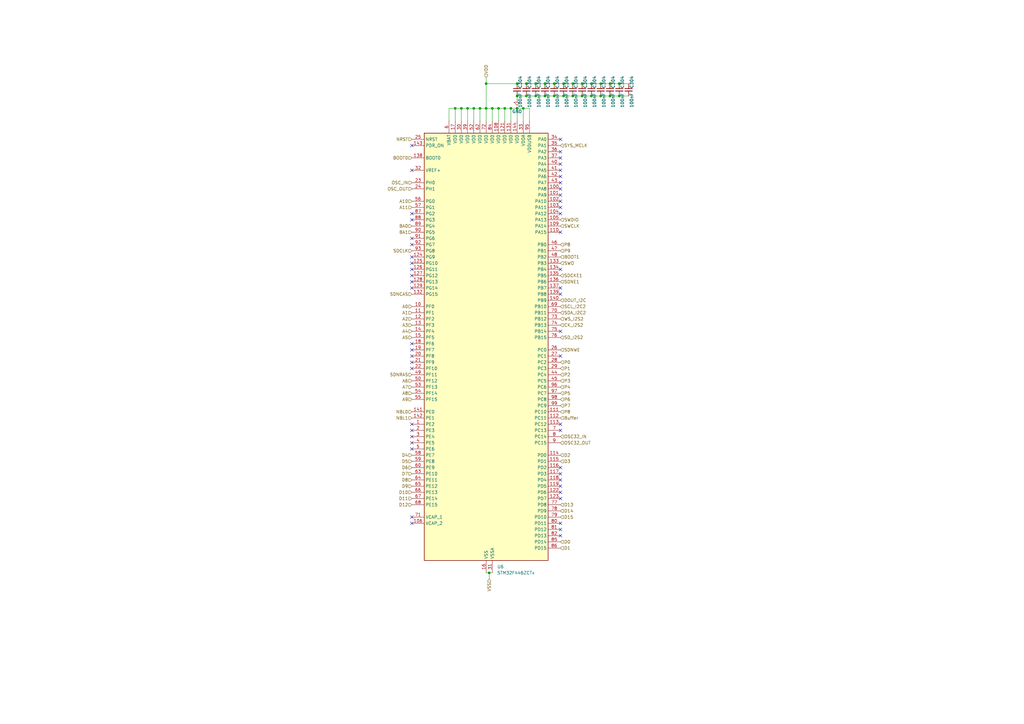
<source format=kicad_sch>
(kicad_sch (version 20230121) (generator eeschema)

  (uuid 95727e98-4649-430f-94d9-97a3779dc1a4)

  (paper "A3")

  (lib_symbols
    (symbol "Device:C_Small" (pin_numbers hide) (pin_names (offset 0.254) hide) (in_bom yes) (on_board yes)
      (property "Reference" "C" (at 0.254 1.778 0)
        (effects (font (size 1.27 1.27)) (justify left))
      )
      (property "Value" "C_Small" (at 0.254 -2.032 0)
        (effects (font (size 1.27 1.27)) (justify left))
      )
      (property "Footprint" "" (at 0 0 0)
        (effects (font (size 1.27 1.27)) hide)
      )
      (property "Datasheet" "~" (at 0 0 0)
        (effects (font (size 1.27 1.27)) hide)
      )
      (property "ki_keywords" "capacitor cap" (at 0 0 0)
        (effects (font (size 1.27 1.27)) hide)
      )
      (property "ki_description" "Unpolarized capacitor, small symbol" (at 0 0 0)
        (effects (font (size 1.27 1.27)) hide)
      )
      (property "ki_fp_filters" "C_*" (at 0 0 0)
        (effects (font (size 1.27 1.27)) hide)
      )
      (symbol "C_Small_0_1"
        (polyline
          (pts
            (xy -1.524 -0.508)
            (xy 1.524 -0.508)
          )
          (stroke (width 0.3302) (type default))
          (fill (type none))
        )
        (polyline
          (pts
            (xy -1.524 0.508)
            (xy 1.524 0.508)
          )
          (stroke (width 0.3048) (type default))
          (fill (type none))
        )
      )
      (symbol "C_Small_1_1"
        (pin passive line (at 0 2.54 270) (length 2.032)
          (name "~" (effects (font (size 1.27 1.27))))
          (number "1" (effects (font (size 1.27 1.27))))
        )
        (pin passive line (at 0 -2.54 90) (length 2.032)
          (name "~" (effects (font (size 1.27 1.27))))
          (number "2" (effects (font (size 1.27 1.27))))
        )
      )
    )
    (symbol "MCU_ST_STM32F4:STM32F446ZCTx" (in_bom yes) (on_board yes)
      (property "Reference" "U" (at -25.4 90.17 0)
        (effects (font (size 1.27 1.27)) (justify left))
      )
      (property "Value" "STM32F446ZCTx" (at 20.32 90.17 0)
        (effects (font (size 1.27 1.27)) (justify left))
      )
      (property "Footprint" "Package_QFP:LQFP-144_20x20mm_P0.5mm" (at -25.4 -86.36 0)
        (effects (font (size 1.27 1.27)) (justify right) hide)
      )
      (property "Datasheet" "https://www.st.com/resource/en/datasheet/stm32f446zc.pdf" (at 0 0 0)
        (effects (font (size 1.27 1.27)) hide)
      )
      (property "ki_locked" "" (at 0 0 0)
        (effects (font (size 1.27 1.27)))
      )
      (property "ki_keywords" "Arm Cortex-M4 STM32F4 STM32F446" (at 0 0 0)
        (effects (font (size 1.27 1.27)) hide)
      )
      (property "ki_description" "STMicroelectronics Arm Cortex-M4 MCU, 256KB flash, 128KB RAM, 180 MHz, 1.8-3.6V, 114 GPIO, LQFP144" (at 0 0 0)
        (effects (font (size 1.27 1.27)) hide)
      )
      (property "ki_fp_filters" "LQFP*20x20mm*P0.5mm*" (at 0 0 0)
        (effects (font (size 1.27 1.27)) hide)
      )
      (symbol "STM32F446ZCTx_0_1"
        (rectangle (start -25.4 -86.36) (end 25.4 88.9)
          (stroke (width 0.254) (type default))
          (fill (type background))
        )
      )
      (symbol "STM32F446ZCTx_1_1"
        (pin bidirectional line (at -30.48 -30.48 0) (length 5.08)
          (name "PE2" (effects (font (size 1.27 1.27))))
          (number "1" (effects (font (size 1.27 1.27))))
          (alternate "FMC_A23" bidirectional line)
          (alternate "QUADSPI_BK1_IO2" bidirectional line)
          (alternate "SAI1_MCLK_A" bidirectional line)
          (alternate "SPI4_SCK" bidirectional line)
          (alternate "SYS_TRACECLK" bidirectional line)
        )
        (pin bidirectional line (at -30.48 17.78 0) (length 5.08)
          (name "PF0" (effects (font (size 1.27 1.27))))
          (number "10" (effects (font (size 1.27 1.27))))
          (alternate "FMC_A0" bidirectional line)
          (alternate "I2C2_SDA" bidirectional line)
        )
        (pin bidirectional line (at 30.48 66.04 180) (length 5.08)
          (name "PA8" (effects (font (size 1.27 1.27))))
          (number "100" (effects (font (size 1.27 1.27))))
          (alternate "I2C3_SCL" bidirectional line)
          (alternate "RCC_MCO_1" bidirectional line)
          (alternate "TIM1_CH1" bidirectional line)
          (alternate "USART1_CK" bidirectional line)
          (alternate "USB_OTG_FS_SOF" bidirectional line)
        )
        (pin bidirectional line (at 30.48 63.5 180) (length 5.08)
          (name "PA9" (effects (font (size 1.27 1.27))))
          (number "101" (effects (font (size 1.27 1.27))))
          (alternate "DAC_EXTI9" bidirectional line)
          (alternate "DCMI_D0" bidirectional line)
          (alternate "I2C3_SMBA" bidirectional line)
          (alternate "I2S2_CK" bidirectional line)
          (alternate "SAI1_SD_B" bidirectional line)
          (alternate "SPI2_SCK" bidirectional line)
          (alternate "TIM1_CH2" bidirectional line)
          (alternate "USART1_TX" bidirectional line)
          (alternate "USB_OTG_FS_VBUS" bidirectional line)
        )
        (pin bidirectional line (at 30.48 60.96 180) (length 5.08)
          (name "PA10" (effects (font (size 1.27 1.27))))
          (number "102" (effects (font (size 1.27 1.27))))
          (alternate "DCMI_D1" bidirectional line)
          (alternate "TIM1_CH3" bidirectional line)
          (alternate "USART1_RX" bidirectional line)
          (alternate "USB_OTG_FS_ID" bidirectional line)
        )
        (pin bidirectional line (at 30.48 58.42 180) (length 5.08)
          (name "PA11" (effects (font (size 1.27 1.27))))
          (number "103" (effects (font (size 1.27 1.27))))
          (alternate "ADC1_EXTI11" bidirectional line)
          (alternate "ADC2_EXTI11" bidirectional line)
          (alternate "ADC3_EXTI11" bidirectional line)
          (alternate "CAN1_RX" bidirectional line)
          (alternate "TIM1_CH4" bidirectional line)
          (alternate "USART1_CTS" bidirectional line)
          (alternate "USB_OTG_FS_DM" bidirectional line)
        )
        (pin bidirectional line (at 30.48 55.88 180) (length 5.08)
          (name "PA12" (effects (font (size 1.27 1.27))))
          (number "104" (effects (font (size 1.27 1.27))))
          (alternate "CAN1_TX" bidirectional line)
          (alternate "SAI2_FS_B" bidirectional line)
          (alternate "TIM1_ETR" bidirectional line)
          (alternate "USART1_RTS" bidirectional line)
          (alternate "USB_OTG_FS_DP" bidirectional line)
        )
        (pin bidirectional line (at 30.48 53.34 180) (length 5.08)
          (name "PA13" (effects (font (size 1.27 1.27))))
          (number "105" (effects (font (size 1.27 1.27))))
          (alternate "SYS_JTMS-SWDIO" bidirectional line)
        )
        (pin power_out line (at -30.48 -71.12 0) (length 5.08)
          (name "VCAP_2" (effects (font (size 1.27 1.27))))
          (number "106" (effects (font (size 1.27 1.27))))
        )
        (pin passive line (at 0 -91.44 90) (length 5.08) hide
          (name "VSS" (effects (font (size 1.27 1.27))))
          (number "107" (effects (font (size 1.27 1.27))))
        )
        (pin power_in line (at 5.08 93.98 270) (length 5.08)
          (name "VDD" (effects (font (size 1.27 1.27))))
          (number "108" (effects (font (size 1.27 1.27))))
        )
        (pin bidirectional line (at 30.48 50.8 180) (length 5.08)
          (name "PA14" (effects (font (size 1.27 1.27))))
          (number "109" (effects (font (size 1.27 1.27))))
          (alternate "SYS_JTCK-SWCLK" bidirectional line)
        )
        (pin bidirectional line (at -30.48 15.24 0) (length 5.08)
          (name "PF1" (effects (font (size 1.27 1.27))))
          (number "11" (effects (font (size 1.27 1.27))))
          (alternate "FMC_A1" bidirectional line)
          (alternate "I2C2_SCL" bidirectional line)
        )
        (pin bidirectional line (at 30.48 48.26 180) (length 5.08)
          (name "PA15" (effects (font (size 1.27 1.27))))
          (number "110" (effects (font (size 1.27 1.27))))
          (alternate "ADC1_EXTI15" bidirectional line)
          (alternate "ADC2_EXTI15" bidirectional line)
          (alternate "ADC3_EXTI15" bidirectional line)
          (alternate "CEC" bidirectional line)
          (alternate "I2S1_WS" bidirectional line)
          (alternate "I2S3_WS" bidirectional line)
          (alternate "SPI1_NSS" bidirectional line)
          (alternate "SPI3_NSS" bidirectional line)
          (alternate "SYS_JTDI" bidirectional line)
          (alternate "TIM2_CH1" bidirectional line)
          (alternate "TIM2_ETR" bidirectional line)
          (alternate "UART4_RTS" bidirectional line)
        )
        (pin bidirectional line (at 30.48 -25.4 180) (length 5.08)
          (name "PC10" (effects (font (size 1.27 1.27))))
          (number "111" (effects (font (size 1.27 1.27))))
          (alternate "DCMI_D8" bidirectional line)
          (alternate "I2S3_CK" bidirectional line)
          (alternate "QUADSPI_BK1_IO1" bidirectional line)
          (alternate "SDIO_D2" bidirectional line)
          (alternate "SPI3_SCK" bidirectional line)
          (alternate "UART4_TX" bidirectional line)
          (alternate "USART3_TX" bidirectional line)
        )
        (pin bidirectional line (at 30.48 -27.94 180) (length 5.08)
          (name "PC11" (effects (font (size 1.27 1.27))))
          (number "112" (effects (font (size 1.27 1.27))))
          (alternate "ADC1_EXTI11" bidirectional line)
          (alternate "ADC2_EXTI11" bidirectional line)
          (alternate "ADC3_EXTI11" bidirectional line)
          (alternate "DCMI_D4" bidirectional line)
          (alternate "QUADSPI_BK2_NCS" bidirectional line)
          (alternate "SDIO_D3" bidirectional line)
          (alternate "SPI3_MISO" bidirectional line)
          (alternate "UART4_RX" bidirectional line)
          (alternate "USART3_RX" bidirectional line)
        )
        (pin bidirectional line (at 30.48 -30.48 180) (length 5.08)
          (name "PC12" (effects (font (size 1.27 1.27))))
          (number "113" (effects (font (size 1.27 1.27))))
          (alternate "DCMI_D9" bidirectional line)
          (alternate "I2C2_SDA" bidirectional line)
          (alternate "I2S3_SD" bidirectional line)
          (alternate "SDIO_CK" bidirectional line)
          (alternate "SPI3_MOSI" bidirectional line)
          (alternate "UART5_TX" bidirectional line)
          (alternate "USART3_CK" bidirectional line)
        )
        (pin bidirectional line (at 30.48 -43.18 180) (length 5.08)
          (name "PD0" (effects (font (size 1.27 1.27))))
          (number "114" (effects (font (size 1.27 1.27))))
          (alternate "CAN1_RX" bidirectional line)
          (alternate "FMC_D2" bidirectional line)
          (alternate "FMC_DA2" bidirectional line)
          (alternate "I2S3_SD" bidirectional line)
          (alternate "SPI3_MOSI" bidirectional line)
          (alternate "SPI4_MISO" bidirectional line)
        )
        (pin bidirectional line (at 30.48 -45.72 180) (length 5.08)
          (name "PD1" (effects (font (size 1.27 1.27))))
          (number "115" (effects (font (size 1.27 1.27))))
          (alternate "CAN1_TX" bidirectional line)
          (alternate "FMC_D3" bidirectional line)
          (alternate "FMC_DA3" bidirectional line)
          (alternate "I2S2_WS" bidirectional line)
          (alternate "SPI2_NSS" bidirectional line)
        )
        (pin bidirectional line (at 30.48 -48.26 180) (length 5.08)
          (name "PD2" (effects (font (size 1.27 1.27))))
          (number "116" (effects (font (size 1.27 1.27))))
          (alternate "DCMI_D11" bidirectional line)
          (alternate "SDIO_CMD" bidirectional line)
          (alternate "TIM3_ETR" bidirectional line)
          (alternate "UART5_RX" bidirectional line)
        )
        (pin bidirectional line (at 30.48 -50.8 180) (length 5.08)
          (name "PD3" (effects (font (size 1.27 1.27))))
          (number "117" (effects (font (size 1.27 1.27))))
          (alternate "DCMI_D5" bidirectional line)
          (alternate "FMC_CLK" bidirectional line)
          (alternate "I2S2_CK" bidirectional line)
          (alternate "QUADSPI_CLK" bidirectional line)
          (alternate "SPI2_SCK" bidirectional line)
          (alternate "SYS_TRACED1" bidirectional line)
          (alternate "USART2_CTS" bidirectional line)
        )
        (pin bidirectional line (at 30.48 -53.34 180) (length 5.08)
          (name "PD4" (effects (font (size 1.27 1.27))))
          (number "118" (effects (font (size 1.27 1.27))))
          (alternate "FMC_NOE" bidirectional line)
          (alternate "USART2_RTS" bidirectional line)
        )
        (pin bidirectional line (at 30.48 -55.88 180) (length 5.08)
          (name "PD5" (effects (font (size 1.27 1.27))))
          (number "119" (effects (font (size 1.27 1.27))))
          (alternate "FMC_NWE" bidirectional line)
          (alternate "USART2_TX" bidirectional line)
        )
        (pin bidirectional line (at -30.48 12.7 0) (length 5.08)
          (name "PF2" (effects (font (size 1.27 1.27))))
          (number "12" (effects (font (size 1.27 1.27))))
          (alternate "FMC_A2" bidirectional line)
          (alternate "I2C2_SMBA" bidirectional line)
        )
        (pin passive line (at 0 -91.44 90) (length 5.08) hide
          (name "VSS" (effects (font (size 1.27 1.27))))
          (number "120" (effects (font (size 1.27 1.27))))
        )
        (pin power_in line (at 7.62 93.98 270) (length 5.08)
          (name "VDD" (effects (font (size 1.27 1.27))))
          (number "121" (effects (font (size 1.27 1.27))))
        )
        (pin bidirectional line (at 30.48 -58.42 180) (length 5.08)
          (name "PD6" (effects (font (size 1.27 1.27))))
          (number "122" (effects (font (size 1.27 1.27))))
          (alternate "DCMI_D10" bidirectional line)
          (alternate "FMC_NWAIT" bidirectional line)
          (alternate "I2S3_SD" bidirectional line)
          (alternate "SAI1_SD_A" bidirectional line)
          (alternate "SPI3_MOSI" bidirectional line)
          (alternate "USART2_RX" bidirectional line)
        )
        (pin bidirectional line (at 30.48 -60.96 180) (length 5.08)
          (name "PD7" (effects (font (size 1.27 1.27))))
          (number "123" (effects (font (size 1.27 1.27))))
          (alternate "FMC_NE1" bidirectional line)
          (alternate "SPDIFRX_IN0" bidirectional line)
          (alternate "USART2_CK" bidirectional line)
        )
        (pin bidirectional line (at -30.48 38.1 0) (length 5.08)
          (name "PG9" (effects (font (size 1.27 1.27))))
          (number "124" (effects (font (size 1.27 1.27))))
          (alternate "DAC_EXTI9" bidirectional line)
          (alternate "DCMI_VSYNC" bidirectional line)
          (alternate "FMC_NCE3" bidirectional line)
          (alternate "FMC_NE2" bidirectional line)
          (alternate "QUADSPI_BK2_IO2" bidirectional line)
          (alternate "SAI2_FS_B" bidirectional line)
          (alternate "SPDIFRX_IN3" bidirectional line)
          (alternate "USART6_RX" bidirectional line)
        )
        (pin bidirectional line (at -30.48 35.56 0) (length 5.08)
          (name "PG10" (effects (font (size 1.27 1.27))))
          (number "125" (effects (font (size 1.27 1.27))))
          (alternate "DCMI_D2" bidirectional line)
          (alternate "FMC_NE3" bidirectional line)
          (alternate "SAI2_SD_B" bidirectional line)
        )
        (pin bidirectional line (at -30.48 33.02 0) (length 5.08)
          (name "PG11" (effects (font (size 1.27 1.27))))
          (number "126" (effects (font (size 1.27 1.27))))
          (alternate "ADC1_EXTI11" bidirectional line)
          (alternate "ADC2_EXTI11" bidirectional line)
          (alternate "ADC3_EXTI11" bidirectional line)
          (alternate "DCMI_D3" bidirectional line)
          (alternate "SPDIFRX_IN0" bidirectional line)
          (alternate "SPI4_SCK" bidirectional line)
        )
        (pin bidirectional line (at -30.48 30.48 0) (length 5.08)
          (name "PG12" (effects (font (size 1.27 1.27))))
          (number "127" (effects (font (size 1.27 1.27))))
          (alternate "FMC_NE4" bidirectional line)
          (alternate "SPDIFRX_IN1" bidirectional line)
          (alternate "SPI4_MISO" bidirectional line)
          (alternate "USART6_RTS" bidirectional line)
        )
        (pin bidirectional line (at -30.48 27.94 0) (length 5.08)
          (name "PG13" (effects (font (size 1.27 1.27))))
          (number "128" (effects (font (size 1.27 1.27))))
          (alternate "FMC_A24" bidirectional line)
          (alternate "SPI4_MOSI" bidirectional line)
          (alternate "SYS_TRACED2" bidirectional line)
          (alternate "USART6_CTS" bidirectional line)
        )
        (pin bidirectional line (at -30.48 25.4 0) (length 5.08)
          (name "PG14" (effects (font (size 1.27 1.27))))
          (number "129" (effects (font (size 1.27 1.27))))
          (alternate "FMC_A25" bidirectional line)
          (alternate "QUADSPI_BK2_IO3" bidirectional line)
          (alternate "SPI4_NSS" bidirectional line)
          (alternate "SYS_TRACED3" bidirectional line)
          (alternate "USART6_TX" bidirectional line)
        )
        (pin bidirectional line (at -30.48 10.16 0) (length 5.08)
          (name "PF3" (effects (font (size 1.27 1.27))))
          (number "13" (effects (font (size 1.27 1.27))))
          (alternate "ADC3_IN9" bidirectional line)
          (alternate "FMC_A3" bidirectional line)
        )
        (pin passive line (at 0 -91.44 90) (length 5.08) hide
          (name "VSS" (effects (font (size 1.27 1.27))))
          (number "130" (effects (font (size 1.27 1.27))))
        )
        (pin power_in line (at 10.16 93.98 270) (length 5.08)
          (name "VDD" (effects (font (size 1.27 1.27))))
          (number "131" (effects (font (size 1.27 1.27))))
        )
        (pin bidirectional line (at -30.48 22.86 0) (length 5.08)
          (name "PG15" (effects (font (size 1.27 1.27))))
          (number "132" (effects (font (size 1.27 1.27))))
          (alternate "ADC1_EXTI15" bidirectional line)
          (alternate "ADC2_EXTI15" bidirectional line)
          (alternate "ADC3_EXTI15" bidirectional line)
          (alternate "DCMI_D13" bidirectional line)
          (alternate "FMC_SDNCAS" bidirectional line)
          (alternate "USART6_CTS" bidirectional line)
        )
        (pin bidirectional line (at 30.48 35.56 180) (length 5.08)
          (name "PB3" (effects (font (size 1.27 1.27))))
          (number "133" (effects (font (size 1.27 1.27))))
          (alternate "I2C2_SDA" bidirectional line)
          (alternate "I2S1_CK" bidirectional line)
          (alternate "I2S3_CK" bidirectional line)
          (alternate "SPI1_SCK" bidirectional line)
          (alternate "SPI3_SCK" bidirectional line)
          (alternate "SYS_JTDO-SWO" bidirectional line)
          (alternate "TIM2_CH2" bidirectional line)
        )
        (pin bidirectional line (at 30.48 33.02 180) (length 5.08)
          (name "PB4" (effects (font (size 1.27 1.27))))
          (number "134" (effects (font (size 1.27 1.27))))
          (alternate "I2C3_SDA" bidirectional line)
          (alternate "I2S2_WS" bidirectional line)
          (alternate "SPI1_MISO" bidirectional line)
          (alternate "SPI2_NSS" bidirectional line)
          (alternate "SPI3_MISO" bidirectional line)
          (alternate "SYS_JTRST" bidirectional line)
          (alternate "TIM3_CH1" bidirectional line)
        )
        (pin bidirectional line (at 30.48 30.48 180) (length 5.08)
          (name "PB5" (effects (font (size 1.27 1.27))))
          (number "135" (effects (font (size 1.27 1.27))))
          (alternate "CAN2_RX" bidirectional line)
          (alternate "DCMI_D10" bidirectional line)
          (alternate "FMC_SDCKE1" bidirectional line)
          (alternate "I2C1_SMBA" bidirectional line)
          (alternate "I2S1_SD" bidirectional line)
          (alternate "I2S3_SD" bidirectional line)
          (alternate "SPI1_MOSI" bidirectional line)
          (alternate "SPI3_MOSI" bidirectional line)
          (alternate "TIM3_CH2" bidirectional line)
          (alternate "USB_OTG_HS_ULPI_D7" bidirectional line)
        )
        (pin bidirectional line (at 30.48 27.94 180) (length 5.08)
          (name "PB6" (effects (font (size 1.27 1.27))))
          (number "136" (effects (font (size 1.27 1.27))))
          (alternate "CAN2_TX" bidirectional line)
          (alternate "CEC" bidirectional line)
          (alternate "DCMI_D5" bidirectional line)
          (alternate "FMC_SDNE1" bidirectional line)
          (alternate "I2C1_SCL" bidirectional line)
          (alternate "QUADSPI_BK1_NCS" bidirectional line)
          (alternate "TIM4_CH1" bidirectional line)
          (alternate "USART1_TX" bidirectional line)
        )
        (pin bidirectional line (at 30.48 25.4 180) (length 5.08)
          (name "PB7" (effects (font (size 1.27 1.27))))
          (number "137" (effects (font (size 1.27 1.27))))
          (alternate "DCMI_VSYNC" bidirectional line)
          (alternate "FMC_NL" bidirectional line)
          (alternate "I2C1_SDA" bidirectional line)
          (alternate "SPDIFRX_IN0" bidirectional line)
          (alternate "TIM4_CH2" bidirectional line)
          (alternate "USART1_RX" bidirectional line)
        )
        (pin input line (at -30.48 78.74 0) (length 5.08)
          (name "BOOT0" (effects (font (size 1.27 1.27))))
          (number "138" (effects (font (size 1.27 1.27))))
        )
        (pin bidirectional line (at 30.48 22.86 180) (length 5.08)
          (name "PB8" (effects (font (size 1.27 1.27))))
          (number "139" (effects (font (size 1.27 1.27))))
          (alternate "CAN1_RX" bidirectional line)
          (alternate "DCMI_D6" bidirectional line)
          (alternate "I2C1_SCL" bidirectional line)
          (alternate "SDIO_D4" bidirectional line)
          (alternate "TIM10_CH1" bidirectional line)
          (alternate "TIM2_CH1" bidirectional line)
          (alternate "TIM2_ETR" bidirectional line)
          (alternate "TIM4_CH3" bidirectional line)
        )
        (pin bidirectional line (at -30.48 7.62 0) (length 5.08)
          (name "PF4" (effects (font (size 1.27 1.27))))
          (number "14" (effects (font (size 1.27 1.27))))
          (alternate "ADC3_IN14" bidirectional line)
          (alternate "FMC_A4" bidirectional line)
        )
        (pin bidirectional line (at 30.48 20.32 180) (length 5.08)
          (name "PB9" (effects (font (size 1.27 1.27))))
          (number "140" (effects (font (size 1.27 1.27))))
          (alternate "CAN1_TX" bidirectional line)
          (alternate "DAC_EXTI9" bidirectional line)
          (alternate "DCMI_D7" bidirectional line)
          (alternate "I2C1_SDA" bidirectional line)
          (alternate "I2S2_WS" bidirectional line)
          (alternate "SAI1_FS_B" bidirectional line)
          (alternate "SDIO_D5" bidirectional line)
          (alternate "SPI2_NSS" bidirectional line)
          (alternate "TIM11_CH1" bidirectional line)
          (alternate "TIM2_CH2" bidirectional line)
          (alternate "TIM4_CH4" bidirectional line)
        )
        (pin bidirectional line (at -30.48 -25.4 0) (length 5.08)
          (name "PE0" (effects (font (size 1.27 1.27))))
          (number "141" (effects (font (size 1.27 1.27))))
          (alternate "DCMI_D2" bidirectional line)
          (alternate "FMC_NBL0" bidirectional line)
          (alternate "SAI2_MCLK_A" bidirectional line)
          (alternate "TIM4_ETR" bidirectional line)
        )
        (pin bidirectional line (at -30.48 -27.94 0) (length 5.08)
          (name "PE1" (effects (font (size 1.27 1.27))))
          (number "142" (effects (font (size 1.27 1.27))))
          (alternate "DCMI_D3" bidirectional line)
          (alternate "FMC_NBL1" bidirectional line)
        )
        (pin input line (at -30.48 83.82 0) (length 5.08)
          (name "PDR_ON" (effects (font (size 1.27 1.27))))
          (number "143" (effects (font (size 1.27 1.27))))
        )
        (pin power_in line (at 12.7 93.98 270) (length 5.08)
          (name "VDD" (effects (font (size 1.27 1.27))))
          (number "144" (effects (font (size 1.27 1.27))))
        )
        (pin bidirectional line (at -30.48 5.08 0) (length 5.08)
          (name "PF5" (effects (font (size 1.27 1.27))))
          (number "15" (effects (font (size 1.27 1.27))))
          (alternate "ADC3_IN15" bidirectional line)
          (alternate "FMC_A5" bidirectional line)
        )
        (pin power_in line (at 0 -91.44 90) (length 5.08)
          (name "VSS" (effects (font (size 1.27 1.27))))
          (number "16" (effects (font (size 1.27 1.27))))
        )
        (pin power_in line (at -12.7 93.98 270) (length 5.08)
          (name "VDD" (effects (font (size 1.27 1.27))))
          (number "17" (effects (font (size 1.27 1.27))))
        )
        (pin bidirectional line (at -30.48 2.54 0) (length 5.08)
          (name "PF6" (effects (font (size 1.27 1.27))))
          (number "18" (effects (font (size 1.27 1.27))))
          (alternate "ADC3_IN4" bidirectional line)
          (alternate "QUADSPI_BK1_IO3" bidirectional line)
          (alternate "SAI1_SD_B" bidirectional line)
          (alternate "TIM10_CH1" bidirectional line)
        )
        (pin bidirectional line (at -30.48 0 0) (length 5.08)
          (name "PF7" (effects (font (size 1.27 1.27))))
          (number "19" (effects (font (size 1.27 1.27))))
          (alternate "ADC3_IN5" bidirectional line)
          (alternate "QUADSPI_BK1_IO2" bidirectional line)
          (alternate "SAI1_MCLK_B" bidirectional line)
          (alternate "TIM11_CH1" bidirectional line)
        )
        (pin bidirectional line (at -30.48 -33.02 0) (length 5.08)
          (name "PE3" (effects (font (size 1.27 1.27))))
          (number "2" (effects (font (size 1.27 1.27))))
          (alternate "FMC_A19" bidirectional line)
          (alternate "SAI1_SD_B" bidirectional line)
          (alternate "SYS_TRACED0" bidirectional line)
        )
        (pin bidirectional line (at -30.48 -2.54 0) (length 5.08)
          (name "PF8" (effects (font (size 1.27 1.27))))
          (number "20" (effects (font (size 1.27 1.27))))
          (alternate "ADC3_IN6" bidirectional line)
          (alternate "QUADSPI_BK1_IO0" bidirectional line)
          (alternate "SAI1_SCK_B" bidirectional line)
          (alternate "TIM13_CH1" bidirectional line)
        )
        (pin bidirectional line (at -30.48 -5.08 0) (length 5.08)
          (name "PF9" (effects (font (size 1.27 1.27))))
          (number "21" (effects (font (size 1.27 1.27))))
          (alternate "ADC3_IN7" bidirectional line)
          (alternate "DAC_EXTI9" bidirectional line)
          (alternate "QUADSPI_BK1_IO1" bidirectional line)
          (alternate "SAI1_FS_B" bidirectional line)
          (alternate "TIM14_CH1" bidirectional line)
        )
        (pin bidirectional line (at -30.48 -7.62 0) (length 5.08)
          (name "PF10" (effects (font (size 1.27 1.27))))
          (number "22" (effects (font (size 1.27 1.27))))
          (alternate "ADC3_IN8" bidirectional line)
          (alternate "DCMI_D11" bidirectional line)
        )
        (pin bidirectional line (at -30.48 68.58 0) (length 5.08)
          (name "PH0" (effects (font (size 1.27 1.27))))
          (number "23" (effects (font (size 1.27 1.27))))
          (alternate "RCC_OSC_IN" bidirectional line)
        )
        (pin bidirectional line (at -30.48 66.04 0) (length 5.08)
          (name "PH1" (effects (font (size 1.27 1.27))))
          (number "24" (effects (font (size 1.27 1.27))))
          (alternate "RCC_OSC_OUT" bidirectional line)
        )
        (pin input line (at -30.48 86.36 0) (length 5.08)
          (name "NRST" (effects (font (size 1.27 1.27))))
          (number "25" (effects (font (size 1.27 1.27))))
        )
        (pin bidirectional line (at 30.48 0 180) (length 5.08)
          (name "PC0" (effects (font (size 1.27 1.27))))
          (number "26" (effects (font (size 1.27 1.27))))
          (alternate "ADC1_IN10" bidirectional line)
          (alternate "ADC2_IN10" bidirectional line)
          (alternate "ADC3_IN10" bidirectional line)
          (alternate "FMC_SDNWE" bidirectional line)
          (alternate "SAI1_MCLK_B" bidirectional line)
          (alternate "USB_OTG_HS_ULPI_STP" bidirectional line)
        )
        (pin bidirectional line (at 30.48 -2.54 180) (length 5.08)
          (name "PC1" (effects (font (size 1.27 1.27))))
          (number "27" (effects (font (size 1.27 1.27))))
          (alternate "ADC1_IN11" bidirectional line)
          (alternate "ADC2_IN11" bidirectional line)
          (alternate "ADC3_IN11" bidirectional line)
          (alternate "I2S2_SD" bidirectional line)
          (alternate "I2S3_SD" bidirectional line)
          (alternate "SAI1_SD_A" bidirectional line)
          (alternate "SPI2_MOSI" bidirectional line)
          (alternate "SPI3_MOSI" bidirectional line)
        )
        (pin bidirectional line (at 30.48 -5.08 180) (length 5.08)
          (name "PC2" (effects (font (size 1.27 1.27))))
          (number "28" (effects (font (size 1.27 1.27))))
          (alternate "ADC1_IN12" bidirectional line)
          (alternate "ADC2_IN12" bidirectional line)
          (alternate "ADC3_IN12" bidirectional line)
          (alternate "FMC_SDNE0" bidirectional line)
          (alternate "SPI2_MISO" bidirectional line)
          (alternate "USB_OTG_HS_ULPI_DIR" bidirectional line)
        )
        (pin bidirectional line (at 30.48 -7.62 180) (length 5.08)
          (name "PC3" (effects (font (size 1.27 1.27))))
          (number "29" (effects (font (size 1.27 1.27))))
          (alternate "ADC1_IN13" bidirectional line)
          (alternate "ADC2_IN13" bidirectional line)
          (alternate "ADC3_IN13" bidirectional line)
          (alternate "FMC_SDCKE0" bidirectional line)
          (alternate "I2S2_SD" bidirectional line)
          (alternate "SPI2_MOSI" bidirectional line)
          (alternate "USB_OTG_HS_ULPI_NXT" bidirectional line)
        )
        (pin bidirectional line (at -30.48 -35.56 0) (length 5.08)
          (name "PE4" (effects (font (size 1.27 1.27))))
          (number "3" (effects (font (size 1.27 1.27))))
          (alternate "DCMI_D4" bidirectional line)
          (alternate "FMC_A20" bidirectional line)
          (alternate "SAI1_FS_A" bidirectional line)
          (alternate "SPI4_NSS" bidirectional line)
          (alternate "SYS_TRACED1" bidirectional line)
        )
        (pin power_in line (at -10.16 93.98 270) (length 5.08)
          (name "VDD" (effects (font (size 1.27 1.27))))
          (number "30" (effects (font (size 1.27 1.27))))
        )
        (pin power_in line (at 2.54 -91.44 90) (length 5.08)
          (name "VSSA" (effects (font (size 1.27 1.27))))
          (number "31" (effects (font (size 1.27 1.27))))
        )
        (pin input line (at -30.48 73.66 0) (length 5.08)
          (name "VREF+" (effects (font (size 1.27 1.27))))
          (number "32" (effects (font (size 1.27 1.27))))
        )
        (pin power_in line (at 15.24 93.98 270) (length 5.08)
          (name "VDDA" (effects (font (size 1.27 1.27))))
          (number "33" (effects (font (size 1.27 1.27))))
        )
        (pin bidirectional line (at 30.48 86.36 180) (length 5.08)
          (name "PA0" (effects (font (size 1.27 1.27))))
          (number "34" (effects (font (size 1.27 1.27))))
          (alternate "ADC1_IN0" bidirectional line)
          (alternate "ADC2_IN0" bidirectional line)
          (alternate "ADC3_IN0" bidirectional line)
          (alternate "RTC_AF2" bidirectional line)
          (alternate "SYS_WKUP0" bidirectional line)
          (alternate "TIM2_CH1" bidirectional line)
          (alternate "TIM2_ETR" bidirectional line)
          (alternate "TIM5_CH1" bidirectional line)
          (alternate "TIM8_ETR" bidirectional line)
          (alternate "UART4_TX" bidirectional line)
          (alternate "USART2_CTS" bidirectional line)
        )
        (pin bidirectional line (at 30.48 83.82 180) (length 5.08)
          (name "PA1" (effects (font (size 1.27 1.27))))
          (number "35" (effects (font (size 1.27 1.27))))
          (alternate "ADC1_IN1" bidirectional line)
          (alternate "ADC2_IN1" bidirectional line)
          (alternate "ADC3_IN1" bidirectional line)
          (alternate "QUADSPI_BK1_IO3" bidirectional line)
          (alternate "SAI2_MCLK_B" bidirectional line)
          (alternate "TIM2_CH2" bidirectional line)
          (alternate "TIM5_CH2" bidirectional line)
          (alternate "UART4_RX" bidirectional line)
          (alternate "USART2_RTS" bidirectional line)
        )
        (pin bidirectional line (at 30.48 81.28 180) (length 5.08)
          (name "PA2" (effects (font (size 1.27 1.27))))
          (number "36" (effects (font (size 1.27 1.27))))
          (alternate "ADC1_IN2" bidirectional line)
          (alternate "ADC2_IN2" bidirectional line)
          (alternate "ADC3_IN2" bidirectional line)
          (alternate "SAI2_SCK_B" bidirectional line)
          (alternate "TIM2_CH3" bidirectional line)
          (alternate "TIM5_CH3" bidirectional line)
          (alternate "TIM9_CH1" bidirectional line)
          (alternate "USART2_TX" bidirectional line)
        )
        (pin bidirectional line (at 30.48 78.74 180) (length 5.08)
          (name "PA3" (effects (font (size 1.27 1.27))))
          (number "37" (effects (font (size 1.27 1.27))))
          (alternate "ADC1_IN3" bidirectional line)
          (alternate "ADC2_IN3" bidirectional line)
          (alternate "ADC3_IN3" bidirectional line)
          (alternate "SAI1_FS_A" bidirectional line)
          (alternate "TIM2_CH4" bidirectional line)
          (alternate "TIM5_CH4" bidirectional line)
          (alternate "TIM9_CH2" bidirectional line)
          (alternate "USART2_RX" bidirectional line)
          (alternate "USB_OTG_HS_ULPI_D0" bidirectional line)
        )
        (pin passive line (at 0 -91.44 90) (length 5.08) hide
          (name "VSS" (effects (font (size 1.27 1.27))))
          (number "38" (effects (font (size 1.27 1.27))))
        )
        (pin power_in line (at -7.62 93.98 270) (length 5.08)
          (name "VDD" (effects (font (size 1.27 1.27))))
          (number "39" (effects (font (size 1.27 1.27))))
        )
        (pin bidirectional line (at -30.48 -38.1 0) (length 5.08)
          (name "PE5" (effects (font (size 1.27 1.27))))
          (number "4" (effects (font (size 1.27 1.27))))
          (alternate "DCMI_D6" bidirectional line)
          (alternate "FMC_A21" bidirectional line)
          (alternate "SAI1_SCK_A" bidirectional line)
          (alternate "SPI4_MISO" bidirectional line)
          (alternate "SYS_TRACED2" bidirectional line)
          (alternate "TIM9_CH1" bidirectional line)
        )
        (pin bidirectional line (at 30.48 76.2 180) (length 5.08)
          (name "PA4" (effects (font (size 1.27 1.27))))
          (number "40" (effects (font (size 1.27 1.27))))
          (alternate "ADC1_IN4" bidirectional line)
          (alternate "ADC2_IN4" bidirectional line)
          (alternate "DAC_OUT1" bidirectional line)
          (alternate "DCMI_HSYNC" bidirectional line)
          (alternate "I2S1_WS" bidirectional line)
          (alternate "I2S3_WS" bidirectional line)
          (alternate "SPI1_NSS" bidirectional line)
          (alternate "SPI3_NSS" bidirectional line)
          (alternate "USART2_CK" bidirectional line)
          (alternate "USB_OTG_HS_SOF" bidirectional line)
        )
        (pin bidirectional line (at 30.48 73.66 180) (length 5.08)
          (name "PA5" (effects (font (size 1.27 1.27))))
          (number "41" (effects (font (size 1.27 1.27))))
          (alternate "ADC1_IN5" bidirectional line)
          (alternate "ADC2_IN5" bidirectional line)
          (alternate "DAC_OUT2" bidirectional line)
          (alternate "I2S1_CK" bidirectional line)
          (alternate "SPI1_SCK" bidirectional line)
          (alternate "TIM2_CH1" bidirectional line)
          (alternate "TIM2_ETR" bidirectional line)
          (alternate "TIM8_CH1N" bidirectional line)
          (alternate "USB_OTG_HS_ULPI_CK" bidirectional line)
        )
        (pin bidirectional line (at 30.48 71.12 180) (length 5.08)
          (name "PA6" (effects (font (size 1.27 1.27))))
          (number "42" (effects (font (size 1.27 1.27))))
          (alternate "ADC1_IN6" bidirectional line)
          (alternate "ADC2_IN6" bidirectional line)
          (alternate "DCMI_PIXCLK" bidirectional line)
          (alternate "I2S2_MCK" bidirectional line)
          (alternate "SPI1_MISO" bidirectional line)
          (alternate "TIM13_CH1" bidirectional line)
          (alternate "TIM1_BKIN" bidirectional line)
          (alternate "TIM3_CH1" bidirectional line)
          (alternate "TIM8_BKIN" bidirectional line)
        )
        (pin bidirectional line (at 30.48 68.58 180) (length 5.08)
          (name "PA7" (effects (font (size 1.27 1.27))))
          (number "43" (effects (font (size 1.27 1.27))))
          (alternate "ADC1_IN7" bidirectional line)
          (alternate "ADC2_IN7" bidirectional line)
          (alternate "FMC_SDNWE" bidirectional line)
          (alternate "I2S1_SD" bidirectional line)
          (alternate "SPI1_MOSI" bidirectional line)
          (alternate "TIM14_CH1" bidirectional line)
          (alternate "TIM1_CH1N" bidirectional line)
          (alternate "TIM3_CH2" bidirectional line)
          (alternate "TIM8_CH1N" bidirectional line)
        )
        (pin bidirectional line (at 30.48 -10.16 180) (length 5.08)
          (name "PC4" (effects (font (size 1.27 1.27))))
          (number "44" (effects (font (size 1.27 1.27))))
          (alternate "ADC1_IN14" bidirectional line)
          (alternate "ADC2_IN14" bidirectional line)
          (alternate "FMC_SDNE0" bidirectional line)
          (alternate "I2S1_MCK" bidirectional line)
          (alternate "SPDIFRX_IN2" bidirectional line)
        )
        (pin bidirectional line (at 30.48 -12.7 180) (length 5.08)
          (name "PC5" (effects (font (size 1.27 1.27))))
          (number "45" (effects (font (size 1.27 1.27))))
          (alternate "ADC1_IN15" bidirectional line)
          (alternate "ADC2_IN15" bidirectional line)
          (alternate "FMC_SDCKE0" bidirectional line)
          (alternate "SPDIFRX_IN3" bidirectional line)
          (alternate "USART3_RX" bidirectional line)
        )
        (pin bidirectional line (at 30.48 43.18 180) (length 5.08)
          (name "PB0" (effects (font (size 1.27 1.27))))
          (number "46" (effects (font (size 1.27 1.27))))
          (alternate "ADC1_IN8" bidirectional line)
          (alternate "ADC2_IN8" bidirectional line)
          (alternate "I2S3_SD" bidirectional line)
          (alternate "SDIO_D1" bidirectional line)
          (alternate "SPI3_MOSI" bidirectional line)
          (alternate "TIM1_CH2N" bidirectional line)
          (alternate "TIM3_CH3" bidirectional line)
          (alternate "TIM8_CH2N" bidirectional line)
          (alternate "UART4_CTS" bidirectional line)
          (alternate "USB_OTG_HS_ULPI_D1" bidirectional line)
        )
        (pin bidirectional line (at 30.48 40.64 180) (length 5.08)
          (name "PB1" (effects (font (size 1.27 1.27))))
          (number "47" (effects (font (size 1.27 1.27))))
          (alternate "ADC1_IN9" bidirectional line)
          (alternate "ADC2_IN9" bidirectional line)
          (alternate "SDIO_D2" bidirectional line)
          (alternate "TIM1_CH3N" bidirectional line)
          (alternate "TIM3_CH4" bidirectional line)
          (alternate "TIM8_CH3N" bidirectional line)
          (alternate "USB_OTG_HS_ULPI_D2" bidirectional line)
        )
        (pin bidirectional line (at 30.48 38.1 180) (length 5.08)
          (name "PB2" (effects (font (size 1.27 1.27))))
          (number "48" (effects (font (size 1.27 1.27))))
          (alternate "I2S3_SD" bidirectional line)
          (alternate "QUADSPI_CLK" bidirectional line)
          (alternate "SAI1_SD_A" bidirectional line)
          (alternate "SDIO_CK" bidirectional line)
          (alternate "SPI3_MOSI" bidirectional line)
          (alternate "TIM2_CH4" bidirectional line)
          (alternate "USB_OTG_HS_ULPI_D4" bidirectional line)
        )
        (pin bidirectional line (at -30.48 -10.16 0) (length 5.08)
          (name "PF11" (effects (font (size 1.27 1.27))))
          (number "49" (effects (font (size 1.27 1.27))))
          (alternate "ADC1_EXTI11" bidirectional line)
          (alternate "ADC2_EXTI11" bidirectional line)
          (alternate "ADC3_EXTI11" bidirectional line)
          (alternate "DCMI_D12" bidirectional line)
          (alternate "FMC_SDNRAS" bidirectional line)
          (alternate "SAI2_SD_B" bidirectional line)
        )
        (pin bidirectional line (at -30.48 -40.64 0) (length 5.08)
          (name "PE6" (effects (font (size 1.27 1.27))))
          (number "5" (effects (font (size 1.27 1.27))))
          (alternate "DCMI_D7" bidirectional line)
          (alternate "FMC_A22" bidirectional line)
          (alternate "SAI1_SD_A" bidirectional line)
          (alternate "SPI4_MOSI" bidirectional line)
          (alternate "SYS_TRACED3" bidirectional line)
          (alternate "TIM9_CH2" bidirectional line)
        )
        (pin bidirectional line (at -30.48 -12.7 0) (length 5.08)
          (name "PF12" (effects (font (size 1.27 1.27))))
          (number "50" (effects (font (size 1.27 1.27))))
          (alternate "FMC_A6" bidirectional line)
        )
        (pin passive line (at 0 -91.44 90) (length 5.08) hide
          (name "VSS" (effects (font (size 1.27 1.27))))
          (number "51" (effects (font (size 1.27 1.27))))
        )
        (pin power_in line (at -5.08 93.98 270) (length 5.08)
          (name "VDD" (effects (font (size 1.27 1.27))))
          (number "52" (effects (font (size 1.27 1.27))))
        )
        (pin bidirectional line (at -30.48 -15.24 0) (length 5.08)
          (name "PF13" (effects (font (size 1.27 1.27))))
          (number "53" (effects (font (size 1.27 1.27))))
          (alternate "FMC_A7" bidirectional line)
          (alternate "FMPI2C1_SMBA" bidirectional line)
        )
        (pin bidirectional line (at -30.48 -17.78 0) (length 5.08)
          (name "PF14" (effects (font (size 1.27 1.27))))
          (number "54" (effects (font (size 1.27 1.27))))
          (alternate "FMC_A8" bidirectional line)
          (alternate "FMPI2C1_SCL" bidirectional line)
        )
        (pin bidirectional line (at -30.48 -20.32 0) (length 5.08)
          (name "PF15" (effects (font (size 1.27 1.27))))
          (number "55" (effects (font (size 1.27 1.27))))
          (alternate "ADC1_EXTI15" bidirectional line)
          (alternate "ADC2_EXTI15" bidirectional line)
          (alternate "ADC3_EXTI15" bidirectional line)
          (alternate "FMC_A9" bidirectional line)
          (alternate "FMPI2C1_SDA" bidirectional line)
        )
        (pin bidirectional line (at -30.48 60.96 0) (length 5.08)
          (name "PG0" (effects (font (size 1.27 1.27))))
          (number "56" (effects (font (size 1.27 1.27))))
          (alternate "FMC_A10" bidirectional line)
        )
        (pin bidirectional line (at -30.48 58.42 0) (length 5.08)
          (name "PG1" (effects (font (size 1.27 1.27))))
          (number "57" (effects (font (size 1.27 1.27))))
          (alternate "FMC_A11" bidirectional line)
        )
        (pin bidirectional line (at -30.48 -43.18 0) (length 5.08)
          (name "PE7" (effects (font (size 1.27 1.27))))
          (number "58" (effects (font (size 1.27 1.27))))
          (alternate "FMC_D4" bidirectional line)
          (alternate "FMC_DA4" bidirectional line)
          (alternate "QUADSPI_BK2_IO0" bidirectional line)
          (alternate "TIM1_ETR" bidirectional line)
          (alternate "UART5_RX" bidirectional line)
        )
        (pin bidirectional line (at -30.48 -45.72 0) (length 5.08)
          (name "PE8" (effects (font (size 1.27 1.27))))
          (number "59" (effects (font (size 1.27 1.27))))
          (alternate "FMC_D5" bidirectional line)
          (alternate "FMC_DA5" bidirectional line)
          (alternate "QUADSPI_BK2_IO1" bidirectional line)
          (alternate "TIM1_CH1N" bidirectional line)
          (alternate "UART5_TX" bidirectional line)
        )
        (pin power_in line (at -15.24 93.98 270) (length 5.08)
          (name "VBAT" (effects (font (size 1.27 1.27))))
          (number "6" (effects (font (size 1.27 1.27))))
        )
        (pin bidirectional line (at -30.48 -48.26 0) (length 5.08)
          (name "PE9" (effects (font (size 1.27 1.27))))
          (number "60" (effects (font (size 1.27 1.27))))
          (alternate "DAC_EXTI9" bidirectional line)
          (alternate "FMC_D6" bidirectional line)
          (alternate "FMC_DA6" bidirectional line)
          (alternate "QUADSPI_BK2_IO2" bidirectional line)
          (alternate "TIM1_CH1" bidirectional line)
        )
        (pin passive line (at 0 -91.44 90) (length 5.08) hide
          (name "VSS" (effects (font (size 1.27 1.27))))
          (number "61" (effects (font (size 1.27 1.27))))
        )
        (pin power_in line (at -2.54 93.98 270) (length 5.08)
          (name "VDD" (effects (font (size 1.27 1.27))))
          (number "62" (effects (font (size 1.27 1.27))))
        )
        (pin bidirectional line (at -30.48 -50.8 0) (length 5.08)
          (name "PE10" (effects (font (size 1.27 1.27))))
          (number "63" (effects (font (size 1.27 1.27))))
          (alternate "FMC_D7" bidirectional line)
          (alternate "FMC_DA7" bidirectional line)
          (alternate "QUADSPI_BK2_IO3" bidirectional line)
          (alternate "TIM1_CH2N" bidirectional line)
        )
        (pin bidirectional line (at -30.48 -53.34 0) (length 5.08)
          (name "PE11" (effects (font (size 1.27 1.27))))
          (number "64" (effects (font (size 1.27 1.27))))
          (alternate "ADC1_EXTI11" bidirectional line)
          (alternate "ADC2_EXTI11" bidirectional line)
          (alternate "ADC3_EXTI11" bidirectional line)
          (alternate "FMC_D8" bidirectional line)
          (alternate "FMC_DA8" bidirectional line)
          (alternate "SAI2_SD_B" bidirectional line)
          (alternate "SPI4_NSS" bidirectional line)
          (alternate "TIM1_CH2" bidirectional line)
        )
        (pin bidirectional line (at -30.48 -55.88 0) (length 5.08)
          (name "PE12" (effects (font (size 1.27 1.27))))
          (number "65" (effects (font (size 1.27 1.27))))
          (alternate "FMC_D9" bidirectional line)
          (alternate "FMC_DA9" bidirectional line)
          (alternate "SAI2_SCK_B" bidirectional line)
          (alternate "SPI4_SCK" bidirectional line)
          (alternate "TIM1_CH3N" bidirectional line)
        )
        (pin bidirectional line (at -30.48 -58.42 0) (length 5.08)
          (name "PE13" (effects (font (size 1.27 1.27))))
          (number "66" (effects (font (size 1.27 1.27))))
          (alternate "FMC_D10" bidirectional line)
          (alternate "FMC_DA10" bidirectional line)
          (alternate "SAI2_FS_B" bidirectional line)
          (alternate "SPI4_MISO" bidirectional line)
          (alternate "TIM1_CH3" bidirectional line)
        )
        (pin bidirectional line (at -30.48 -60.96 0) (length 5.08)
          (name "PE14" (effects (font (size 1.27 1.27))))
          (number "67" (effects (font (size 1.27 1.27))))
          (alternate "FMC_D11" bidirectional line)
          (alternate "FMC_DA11" bidirectional line)
          (alternate "SAI2_MCLK_B" bidirectional line)
          (alternate "SPI4_MOSI" bidirectional line)
          (alternate "TIM1_CH4" bidirectional line)
        )
        (pin bidirectional line (at -30.48 -63.5 0) (length 5.08)
          (name "PE15" (effects (font (size 1.27 1.27))))
          (number "68" (effects (font (size 1.27 1.27))))
          (alternate "ADC1_EXTI15" bidirectional line)
          (alternate "ADC2_EXTI15" bidirectional line)
          (alternate "ADC3_EXTI15" bidirectional line)
          (alternate "FMC_D12" bidirectional line)
          (alternate "FMC_DA12" bidirectional line)
          (alternate "TIM1_BKIN" bidirectional line)
        )
        (pin bidirectional line (at 30.48 17.78 180) (length 5.08)
          (name "PB10" (effects (font (size 1.27 1.27))))
          (number "69" (effects (font (size 1.27 1.27))))
          (alternate "I2C2_SCL" bidirectional line)
          (alternate "I2S2_CK" bidirectional line)
          (alternate "SAI1_SCK_A" bidirectional line)
          (alternate "SPI2_SCK" bidirectional line)
          (alternate "TIM2_CH3" bidirectional line)
          (alternate "USART3_TX" bidirectional line)
          (alternate "USB_OTG_HS_ULPI_D3" bidirectional line)
        )
        (pin bidirectional line (at 30.48 -33.02 180) (length 5.08)
          (name "PC13" (effects (font (size 1.27 1.27))))
          (number "7" (effects (font (size 1.27 1.27))))
          (alternate "RTC_AF1" bidirectional line)
          (alternate "SYS_WKUP1" bidirectional line)
        )
        (pin bidirectional line (at 30.48 15.24 180) (length 5.08)
          (name "PB11" (effects (font (size 1.27 1.27))))
          (number "70" (effects (font (size 1.27 1.27))))
          (alternate "ADC1_EXTI11" bidirectional line)
          (alternate "ADC2_EXTI11" bidirectional line)
          (alternate "ADC3_EXTI11" bidirectional line)
          (alternate "I2C2_SDA" bidirectional line)
          (alternate "SAI2_SD_A" bidirectional line)
          (alternate "TIM2_CH4" bidirectional line)
          (alternate "USART3_RX" bidirectional line)
        )
        (pin power_out line (at -30.48 -68.58 0) (length 5.08)
          (name "VCAP_1" (effects (font (size 1.27 1.27))))
          (number "71" (effects (font (size 1.27 1.27))))
        )
        (pin power_in line (at 0 93.98 270) (length 5.08)
          (name "VDD" (effects (font (size 1.27 1.27))))
          (number "72" (effects (font (size 1.27 1.27))))
        )
        (pin bidirectional line (at 30.48 12.7 180) (length 5.08)
          (name "PB12" (effects (font (size 1.27 1.27))))
          (number "73" (effects (font (size 1.27 1.27))))
          (alternate "CAN2_RX" bidirectional line)
          (alternate "I2C2_SMBA" bidirectional line)
          (alternate "I2S2_WS" bidirectional line)
          (alternate "SAI1_SCK_B" bidirectional line)
          (alternate "SPI2_NSS" bidirectional line)
          (alternate "TIM1_BKIN" bidirectional line)
          (alternate "USART3_CK" bidirectional line)
          (alternate "USB_OTG_HS_ID" bidirectional line)
          (alternate "USB_OTG_HS_ULPI_D5" bidirectional line)
        )
        (pin bidirectional line (at 30.48 10.16 180) (length 5.08)
          (name "PB13" (effects (font (size 1.27 1.27))))
          (number "74" (effects (font (size 1.27 1.27))))
          (alternate "CAN2_TX" bidirectional line)
          (alternate "I2S2_CK" bidirectional line)
          (alternate "SPI2_SCK" bidirectional line)
          (alternate "TIM1_CH1N" bidirectional line)
          (alternate "USART3_CTS" bidirectional line)
          (alternate "USB_OTG_HS_ULPI_D6" bidirectional line)
          (alternate "USB_OTG_HS_VBUS" bidirectional line)
        )
        (pin bidirectional line (at 30.48 7.62 180) (length 5.08)
          (name "PB14" (effects (font (size 1.27 1.27))))
          (number "75" (effects (font (size 1.27 1.27))))
          (alternate "SPI2_MISO" bidirectional line)
          (alternate "TIM12_CH1" bidirectional line)
          (alternate "TIM1_CH2N" bidirectional line)
          (alternate "TIM8_CH2N" bidirectional line)
          (alternate "USART3_RTS" bidirectional line)
          (alternate "USB_OTG_HS_DM" bidirectional line)
        )
        (pin bidirectional line (at 30.48 5.08 180) (length 5.08)
          (name "PB15" (effects (font (size 1.27 1.27))))
          (number "76" (effects (font (size 1.27 1.27))))
          (alternate "ADC1_EXTI15" bidirectional line)
          (alternate "ADC2_EXTI15" bidirectional line)
          (alternate "ADC3_EXTI15" bidirectional line)
          (alternate "I2S2_SD" bidirectional line)
          (alternate "RTC_REFIN" bidirectional line)
          (alternate "SPI2_MOSI" bidirectional line)
          (alternate "TIM12_CH2" bidirectional line)
          (alternate "TIM1_CH3N" bidirectional line)
          (alternate "TIM8_CH3N" bidirectional line)
          (alternate "USB_OTG_HS_DP" bidirectional line)
        )
        (pin bidirectional line (at 30.48 -63.5 180) (length 5.08)
          (name "PD8" (effects (font (size 1.27 1.27))))
          (number "77" (effects (font (size 1.27 1.27))))
          (alternate "FMC_D13" bidirectional line)
          (alternate "FMC_DA13" bidirectional line)
          (alternate "SPDIFRX_IN1" bidirectional line)
          (alternate "USART3_TX" bidirectional line)
        )
        (pin bidirectional line (at 30.48 -66.04 180) (length 5.08)
          (name "PD9" (effects (font (size 1.27 1.27))))
          (number "78" (effects (font (size 1.27 1.27))))
          (alternate "DAC_EXTI9" bidirectional line)
          (alternate "FMC_D14" bidirectional line)
          (alternate "FMC_DA14" bidirectional line)
          (alternate "USART3_RX" bidirectional line)
        )
        (pin bidirectional line (at 30.48 -68.58 180) (length 5.08)
          (name "PD10" (effects (font (size 1.27 1.27))))
          (number "79" (effects (font (size 1.27 1.27))))
          (alternate "FMC_D15" bidirectional line)
          (alternate "FMC_DA15" bidirectional line)
          (alternate "USART3_CK" bidirectional line)
        )
        (pin bidirectional line (at 30.48 -35.56 180) (length 5.08)
          (name "PC14" (effects (font (size 1.27 1.27))))
          (number "8" (effects (font (size 1.27 1.27))))
          (alternate "RCC_OSC32_IN" bidirectional line)
        )
        (pin bidirectional line (at 30.48 -71.12 180) (length 5.08)
          (name "PD11" (effects (font (size 1.27 1.27))))
          (number "80" (effects (font (size 1.27 1.27))))
          (alternate "ADC1_EXTI11" bidirectional line)
          (alternate "ADC2_EXTI11" bidirectional line)
          (alternate "ADC3_EXTI11" bidirectional line)
          (alternate "FMC_A16" bidirectional line)
          (alternate "FMC_CLE" bidirectional line)
          (alternate "FMPI2C1_SMBA" bidirectional line)
          (alternate "QUADSPI_BK1_IO0" bidirectional line)
          (alternate "SAI2_SD_A" bidirectional line)
          (alternate "USART3_CTS" bidirectional line)
        )
        (pin bidirectional line (at 30.48 -73.66 180) (length 5.08)
          (name "PD12" (effects (font (size 1.27 1.27))))
          (number "81" (effects (font (size 1.27 1.27))))
          (alternate "FMC_A17" bidirectional line)
          (alternate "FMC_ALE" bidirectional line)
          (alternate "FMPI2C1_SCL" bidirectional line)
          (alternate "QUADSPI_BK1_IO1" bidirectional line)
          (alternate "SAI2_FS_A" bidirectional line)
          (alternate "TIM4_CH1" bidirectional line)
          (alternate "USART3_RTS" bidirectional line)
        )
        (pin bidirectional line (at 30.48 -76.2 180) (length 5.08)
          (name "PD13" (effects (font (size 1.27 1.27))))
          (number "82" (effects (font (size 1.27 1.27))))
          (alternate "FMC_A18" bidirectional line)
          (alternate "FMPI2C1_SDA" bidirectional line)
          (alternate "QUADSPI_BK1_IO3" bidirectional line)
          (alternate "SAI2_SCK_A" bidirectional line)
          (alternate "TIM4_CH2" bidirectional line)
        )
        (pin passive line (at 0 -91.44 90) (length 5.08) hide
          (name "VSS" (effects (font (size 1.27 1.27))))
          (number "83" (effects (font (size 1.27 1.27))))
        )
        (pin power_in line (at 2.54 93.98 270) (length 5.08)
          (name "VDD" (effects (font (size 1.27 1.27))))
          (number "84" (effects (font (size 1.27 1.27))))
        )
        (pin bidirectional line (at 30.48 -78.74 180) (length 5.08)
          (name "PD14" (effects (font (size 1.27 1.27))))
          (number "85" (effects (font (size 1.27 1.27))))
          (alternate "FMC_D0" bidirectional line)
          (alternate "FMC_DA0" bidirectional line)
          (alternate "FMPI2C1_SCL" bidirectional line)
          (alternate "SAI2_SCK_A" bidirectional line)
          (alternate "TIM4_CH3" bidirectional line)
        )
        (pin bidirectional line (at 30.48 -81.28 180) (length 5.08)
          (name "PD15" (effects (font (size 1.27 1.27))))
          (number "86" (effects (font (size 1.27 1.27))))
          (alternate "ADC1_EXTI15" bidirectional line)
          (alternate "ADC2_EXTI15" bidirectional line)
          (alternate "ADC3_EXTI15" bidirectional line)
          (alternate "FMC_D1" bidirectional line)
          (alternate "FMC_DA1" bidirectional line)
          (alternate "FMPI2C1_SDA" bidirectional line)
          (alternate "TIM4_CH4" bidirectional line)
        )
        (pin bidirectional line (at -30.48 55.88 0) (length 5.08)
          (name "PG2" (effects (font (size 1.27 1.27))))
          (number "87" (effects (font (size 1.27 1.27))))
          (alternate "FMC_A12" bidirectional line)
        )
        (pin bidirectional line (at -30.48 53.34 0) (length 5.08)
          (name "PG3" (effects (font (size 1.27 1.27))))
          (number "88" (effects (font (size 1.27 1.27))))
          (alternate "FMC_A13" bidirectional line)
        )
        (pin bidirectional line (at -30.48 50.8 0) (length 5.08)
          (name "PG4" (effects (font (size 1.27 1.27))))
          (number "89" (effects (font (size 1.27 1.27))))
          (alternate "FMC_A14" bidirectional line)
          (alternate "FMC_BA0" bidirectional line)
        )
        (pin bidirectional line (at 30.48 -38.1 180) (length 5.08)
          (name "PC15" (effects (font (size 1.27 1.27))))
          (number "9" (effects (font (size 1.27 1.27))))
          (alternate "ADC1_EXTI15" bidirectional line)
          (alternate "ADC2_EXTI15" bidirectional line)
          (alternate "ADC3_EXTI15" bidirectional line)
          (alternate "RCC_OSC32_OUT" bidirectional line)
        )
        (pin bidirectional line (at -30.48 48.26 0) (length 5.08)
          (name "PG5" (effects (font (size 1.27 1.27))))
          (number "90" (effects (font (size 1.27 1.27))))
          (alternate "FMC_A15" bidirectional line)
          (alternate "FMC_BA1" bidirectional line)
        )
        (pin bidirectional line (at -30.48 45.72 0) (length 5.08)
          (name "PG6" (effects (font (size 1.27 1.27))))
          (number "91" (effects (font (size 1.27 1.27))))
          (alternate "DCMI_D12" bidirectional line)
          (alternate "QUADSPI_BK1_NCS" bidirectional line)
        )
        (pin bidirectional line (at -30.48 43.18 0) (length 5.08)
          (name "PG7" (effects (font (size 1.27 1.27))))
          (number "92" (effects (font (size 1.27 1.27))))
          (alternate "DCMI_D13" bidirectional line)
          (alternate "FMC_INT3" bidirectional line)
          (alternate "USART6_CK" bidirectional line)
        )
        (pin bidirectional line (at -30.48 40.64 0) (length 5.08)
          (name "PG8" (effects (font (size 1.27 1.27))))
          (number "93" (effects (font (size 1.27 1.27))))
          (alternate "FMC_SDCLK" bidirectional line)
          (alternate "SPDIFRX_IN2" bidirectional line)
          (alternate "USART6_RTS" bidirectional line)
        )
        (pin passive line (at 0 -91.44 90) (length 5.08) hide
          (name "VSS" (effects (font (size 1.27 1.27))))
          (number "94" (effects (font (size 1.27 1.27))))
        )
        (pin power_in line (at 17.78 93.98 270) (length 5.08)
          (name "VDDUSB" (effects (font (size 1.27 1.27))))
          (number "95" (effects (font (size 1.27 1.27))))
        )
        (pin bidirectional line (at 30.48 -15.24 180) (length 5.08)
          (name "PC6" (effects (font (size 1.27 1.27))))
          (number "96" (effects (font (size 1.27 1.27))))
          (alternate "DCMI_D0" bidirectional line)
          (alternate "FMPI2C1_SCL" bidirectional line)
          (alternate "I2S2_MCK" bidirectional line)
          (alternate "SDIO_D6" bidirectional line)
          (alternate "TIM3_CH1" bidirectional line)
          (alternate "TIM8_CH1" bidirectional line)
          (alternate "USART6_TX" bidirectional line)
        )
        (pin bidirectional line (at 30.48 -17.78 180) (length 5.08)
          (name "PC7" (effects (font (size 1.27 1.27))))
          (number "97" (effects (font (size 1.27 1.27))))
          (alternate "DCMI_D1" bidirectional line)
          (alternate "FMPI2C1_SDA" bidirectional line)
          (alternate "I2S2_CK" bidirectional line)
          (alternate "I2S3_MCK" bidirectional line)
          (alternate "SDIO_D7" bidirectional line)
          (alternate "SPDIFRX_IN1" bidirectional line)
          (alternate "SPI2_SCK" bidirectional line)
          (alternate "TIM3_CH2" bidirectional line)
          (alternate "TIM8_CH2" bidirectional line)
          (alternate "USART6_RX" bidirectional line)
        )
        (pin bidirectional line (at 30.48 -20.32 180) (length 5.08)
          (name "PC8" (effects (font (size 1.27 1.27))))
          (number "98" (effects (font (size 1.27 1.27))))
          (alternate "DCMI_D2" bidirectional line)
          (alternate "SDIO_D0" bidirectional line)
          (alternate "SYS_TRACED0" bidirectional line)
          (alternate "TIM3_CH3" bidirectional line)
          (alternate "TIM8_CH3" bidirectional line)
          (alternate "UART5_RTS" bidirectional line)
          (alternate "USART6_CK" bidirectional line)
        )
        (pin bidirectional line (at 30.48 -22.86 180) (length 5.08)
          (name "PC9" (effects (font (size 1.27 1.27))))
          (number "99" (effects (font (size 1.27 1.27))))
          (alternate "DAC_EXTI9" bidirectional line)
          (alternate "DCMI_D3" bidirectional line)
          (alternate "I2C3_SDA" bidirectional line)
          (alternate "I2S_CKIN" bidirectional line)
          (alternate "QUADSPI_BK1_IO0" bidirectional line)
          (alternate "RCC_MCO_2" bidirectional line)
          (alternate "SDIO_D1" bidirectional line)
          (alternate "TIM3_CH4" bidirectional line)
          (alternate "TIM8_CH4" bidirectional line)
          (alternate "UART5_CTS" bidirectional line)
        )
      )
    )
    (symbol "power:GND" (power) (pin_names (offset 0)) (in_bom yes) (on_board yes)
      (property "Reference" "#PWR" (at 0 -6.35 0)
        (effects (font (size 1.27 1.27)) hide)
      )
      (property "Value" "GND" (at 0 -3.81 0)
        (effects (font (size 1.27 1.27)))
      )
      (property "Footprint" "" (at 0 0 0)
        (effects (font (size 1.27 1.27)) hide)
      )
      (property "Datasheet" "" (at 0 0 0)
        (effects (font (size 1.27 1.27)) hide)
      )
      (property "ki_keywords" "global power" (at 0 0 0)
        (effects (font (size 1.27 1.27)) hide)
      )
      (property "ki_description" "Power symbol creates a global label with name \"GND\" , ground" (at 0 0 0)
        (effects (font (size 1.27 1.27)) hide)
      )
      (symbol "GND_0_1"
        (polyline
          (pts
            (xy 0 0)
            (xy 0 -1.27)
            (xy 1.27 -1.27)
            (xy 0 -2.54)
            (xy -1.27 -1.27)
            (xy 0 -1.27)
          )
          (stroke (width 0) (type default))
          (fill (type none))
        )
      )
      (symbol "GND_1_1"
        (pin power_in line (at 0 0 270) (length 0) hide
          (name "GND" (effects (font (size 1.27 1.27))))
          (number "1" (effects (font (size 1.27 1.27))))
        )
      )
    )
  )

  (junction (at 234.95 34.29) (diameter 0) (color 0 0 0 0)
    (uuid 035a630f-83c0-46a9-825e-8dd7f83970c4)
  )
  (junction (at 223.52 34.29) (diameter 0) (color 0 0 0 0)
    (uuid 08160494-2cba-43a1-8881-7d7ea636c9e6)
  )
  (junction (at 199.39 34.29) (diameter 0) (color 0 0 0 0)
    (uuid 1011c110-2b23-4bfc-9557-ba86739dfeae)
  )
  (junction (at 200.66 234.95) (diameter 0) (color 0 0 0 0)
    (uuid 14b2b269-092e-4b23-9e81-7a75704befa5)
  )
  (junction (at 227.33 39.37) (diameter 0) (color 0 0 0 0)
    (uuid 17429bda-fac8-44db-9b46-6540a7f0343b)
  )
  (junction (at 215.9 34.29) (diameter 0) (color 0 0 0 0)
    (uuid 190cb016-3db4-4907-831b-d9dd359ef737)
  )
  (junction (at 212.09 39.37) (diameter 0) (color 0 0 0 0)
    (uuid 1b5846bf-6dbc-4904-beee-1d883461c6dd)
  )
  (junction (at 201.93 44.45) (diameter 0) (color 0 0 0 0)
    (uuid 1e692b87-8aa7-4da8-a7eb-828f62f899ab)
  )
  (junction (at 246.38 39.37) (diameter 0) (color 0 0 0 0)
    (uuid 33aac83a-c12d-41b9-a724-65f8c55e1666)
  )
  (junction (at 207.01 44.45) (diameter 0) (color 0 0 0 0)
    (uuid 35cbf6b9-e9f9-4da2-ad9d-38dbc25ac569)
  )
  (junction (at 209.55 44.45) (diameter 0) (color 0 0 0 0)
    (uuid 3aa7de6f-6b5c-4a03-910a-2e0209e5a4a3)
  )
  (junction (at 186.69 44.45) (diameter 0) (color 0 0 0 0)
    (uuid 3e831fb6-47b1-414b-b241-080443c7555b)
  )
  (junction (at 250.19 39.37) (diameter 0) (color 0 0 0 0)
    (uuid 48005350-4d95-4fc0-bf90-9b1fff9d9869)
  )
  (junction (at 234.95 39.37) (diameter 0) (color 0 0 0 0)
    (uuid 48f8f8f2-d03a-464f-99b7-f18b5ad08f6c)
  )
  (junction (at 212.09 34.29) (diameter 0) (color 0 0 0 0)
    (uuid 4a7ff3fc-e340-4d64-8bec-4433fe118748)
  )
  (junction (at 242.57 34.29) (diameter 0) (color 0 0 0 0)
    (uuid 4abc9bba-cf99-4124-9a8d-937338c2cc02)
  )
  (junction (at 204.47 44.45) (diameter 0) (color 0 0 0 0)
    (uuid 4f0e745d-76db-43bf-87df-db05e674d0de)
  )
  (junction (at 231.14 34.29) (diameter 0) (color 0 0 0 0)
    (uuid 55fa780c-1a0c-402e-8f3c-e494ac43a344)
  )
  (junction (at 242.57 39.37) (diameter 0) (color 0 0 0 0)
    (uuid 5aecfdd8-5c72-4970-803c-559bb5827744)
  )
  (junction (at 189.23 44.45) (diameter 0) (color 0 0 0 0)
    (uuid 68a66f79-36d8-4730-8353-399b5a4d29a8)
  )
  (junction (at 191.77 44.45) (diameter 0) (color 0 0 0 0)
    (uuid 6ff08a5d-ec6f-4189-ac41-58ae3300040f)
  )
  (junction (at 250.19 34.29) (diameter 0) (color 0 0 0 0)
    (uuid 715b4065-3c4d-4cae-be2f-e7e77e9d118d)
  )
  (junction (at 219.71 39.37) (diameter 0) (color 0 0 0 0)
    (uuid 7b6edd11-0897-4118-997c-06ac92140899)
  )
  (junction (at 254 34.29) (diameter 0) (color 0 0 0 0)
    (uuid 863a415e-4c8e-4220-b3b4-5d6b8e2448f9)
  )
  (junction (at 254 39.37) (diameter 0) (color 0 0 0 0)
    (uuid 89b068fd-a7e3-4f23-9e10-c68bc2d0fcc9)
  )
  (junction (at 246.38 34.29) (diameter 0) (color 0 0 0 0)
    (uuid 8b188611-fad3-4926-823f-9660a617f806)
  )
  (junction (at 215.9 39.37) (diameter 0) (color 0 0 0 0)
    (uuid 9fb05cd8-c628-48c4-b5cd-bd4c0c24d5b9)
  )
  (junction (at 238.76 34.29) (diameter 0) (color 0 0 0 0)
    (uuid a0aab92c-c5a0-4fcf-b649-a8473db79161)
  )
  (junction (at 223.52 39.37) (diameter 0) (color 0 0 0 0)
    (uuid af7b252d-28dd-420c-8c7d-00c36f076188)
  )
  (junction (at 238.76 39.37) (diameter 0) (color 0 0 0 0)
    (uuid b7d359b7-958c-4975-af0d-6102462e0a64)
  )
  (junction (at 194.31 44.45) (diameter 0) (color 0 0 0 0)
    (uuid bcce07eb-c029-48b6-84e6-0048078f592b)
  )
  (junction (at 227.33 34.29) (diameter 0) (color 0 0 0 0)
    (uuid c429d359-69b4-4784-8c63-c4f81372174d)
  )
  (junction (at 214.63 44.45) (diameter 0) (color 0 0 0 0)
    (uuid d46304c4-ade8-4304-936b-2114b8b32ce6)
  )
  (junction (at 219.71 34.29) (diameter 0) (color 0 0 0 0)
    (uuid d5f6b450-1323-441f-895c-0ce56c284d7c)
  )
  (junction (at 231.14 39.37) (diameter 0) (color 0 0 0 0)
    (uuid e52372ee-dcf6-4a19-9ca7-641cb316d4ac)
  )
  (junction (at 212.09 44.45) (diameter 0) (color 0 0 0 0)
    (uuid e7d4d934-1092-475d-b93a-b1077b922485)
  )
  (junction (at 196.85 44.45) (diameter 0) (color 0 0 0 0)
    (uuid f0e9daf4-40af-4767-89ac-02d7003f12dd)
  )
  (junction (at 199.39 44.45) (diameter 0) (color 0 0 0 0)
    (uuid fd06f270-df53-4666-a979-4c29ec9cb383)
  )

  (no_connect (at 229.87 191.77) (uuid 08b3552c-a581-41a1-9f4e-f667d51a4b86))
  (no_connect (at 168.91 173.99) (uuid 0d8940f1-725f-4ca8-bfc4-2f334861964f))
  (no_connect (at 168.91 214.63) (uuid 124c9dc6-9e98-473c-9ab0-ec653531bc0d))
  (no_connect (at 168.91 184.15) (uuid 15d0bb48-8856-44d6-a304-ab9b56c511ce))
  (no_connect (at 229.87 82.55) (uuid 173e8af8-aa7a-4cc0-8304-9004f6e12e05))
  (no_connect (at 168.91 140.97) (uuid 18243e36-0090-46aa-be19-ab31c0a3ccc7))
  (no_connect (at 168.91 69.85) (uuid 1fbb90d6-100d-4e77-9bf9-ba1fcff518eb))
  (no_connect (at 229.87 217.17) (uuid 20b35e42-7910-453b-977e-ea07d273371c))
  (no_connect (at 229.87 64.77) (uuid 250a770f-0f44-4d00-8cf2-ea92defa1cf4))
  (no_connect (at 229.87 201.93) (uuid 2803a8d3-0e7c-4f4a-88dd-e2a661e23358))
  (no_connect (at 168.91 110.49) (uuid 2fa12f45-d508-4f88-8817-7207bd46d28d))
  (no_connect (at 168.91 176.53) (uuid 307f0fcb-5ef8-4d79-ad9c-23c629cec896))
  (no_connect (at 229.87 219.71) (uuid 3b909f20-3a98-4040-ba85-6665d1ed3c30))
  (no_connect (at 229.87 194.31) (uuid 4e519d7e-4cfe-4752-a11f-aa7b98ba19ac))
  (no_connect (at 229.87 176.53) (uuid 66827e37-361d-40b3-b6b2-e0a238782096))
  (no_connect (at 168.91 105.41) (uuid 6937caa1-ac5a-42e4-a733-bbebe3968aa7))
  (no_connect (at 229.87 77.47) (uuid 6e5c9117-62b0-4935-bb15-7193d45f931b))
  (no_connect (at 168.91 181.61) (uuid 6f1f49e6-e60e-41b4-a9eb-7a9ab60290ad))
  (no_connect (at 229.87 173.99) (uuid 76276cc8-ca24-4c47-a95f-9721616b54b2))
  (no_connect (at 168.91 100.33) (uuid 779d92be-8a09-4d52-948e-8cf0b43b3432))
  (no_connect (at 168.91 115.57) (uuid 7a659d71-ab09-44cc-b3b5-9fb06fbe6961))
  (no_connect (at 229.87 199.39) (uuid 7b771f67-e614-4e11-9486-5233e451e16c))
  (no_connect (at 229.87 146.05) (uuid 7ceec4c3-7d19-4290-87c5-7f07d92b8579))
  (no_connect (at 229.87 214.63) (uuid 87fd105c-50b1-4874-8d86-a15baa6c1263))
  (no_connect (at 229.87 87.63) (uuid 88b76770-0387-4893-b65e-f94d9a5814d0))
  (no_connect (at 168.91 179.07) (uuid 8965d745-b223-4dd8-9230-4d034958ac5a))
  (no_connect (at 168.91 90.17) (uuid 90523380-d3fc-4ad0-97c5-57ef0717608f))
  (no_connect (at 229.87 196.85) (uuid 9ceb1a9c-c44a-487e-a30d-26347deb0f19))
  (no_connect (at 168.91 97.79) (uuid 9dda288e-8c7c-41c2-887d-ab144856bb0c))
  (no_connect (at 168.91 107.95) (uuid 9ebbe4db-bf35-4e31-aead-8ad383cffc17))
  (no_connect (at 229.87 135.89) (uuid a33a3358-1a7a-415b-beb9-44209e9eb116))
  (no_connect (at 229.87 95.25) (uuid ac5339ef-a57e-4181-8126-f55a6ddc4812))
  (no_connect (at 229.87 110.49) (uuid aff86665-c6c7-4f56-8b91-97a790c1c67c))
  (no_connect (at 168.91 146.05) (uuid b39d76d0-fc29-429f-9128-b8c83db56d1b))
  (no_connect (at 168.91 143.51) (uuid b7c28d49-e460-4fda-9167-1143cc1fd4dc))
  (no_connect (at 229.87 62.23) (uuid bcbb6808-6dba-4c82-9c9e-e0a1c2228817))
  (no_connect (at 229.87 85.09) (uuid c368e894-63da-48e8-b978-b79bf8728104))
  (no_connect (at 229.87 67.31) (uuid c486d9db-6ce1-4d70-b30e-59d5d1e6f2ce))
  (no_connect (at 168.91 151.13) (uuid c4b2c5bb-201e-4053-b1b9-63398ec3df8f))
  (no_connect (at 168.91 118.11) (uuid c5b2c3f6-d914-475b-b49c-bc989df8bee7))
  (no_connect (at 229.87 204.47) (uuid c86001a6-c36b-4ef6-b8eb-2ec1407b698c))
  (no_connect (at 168.91 212.09) (uuid cf1b7b2c-5346-4863-938f-dcccf5df1f21))
  (no_connect (at 168.91 87.63) (uuid d3550037-affc-42e1-a31c-a3c804502ca1))
  (no_connect (at 168.91 113.03) (uuid de10f015-ff4a-4670-ae8f-531691d2d125))
  (no_connect (at 168.91 148.59) (uuid e145eead-2fd1-45c0-a697-35d952ba3f31))
  (no_connect (at 229.87 74.93) (uuid e318fb41-f1f3-4bc8-bb95-e0dcb7d39333))
  (no_connect (at 229.87 120.65) (uuid eb70c85b-f4f5-4932-b20b-0daa399bc2ba))
  (no_connect (at 229.87 69.85) (uuid ebc9fcad-165a-46dc-af4d-453352ed2dea))
  (no_connect (at 229.87 118.11) (uuid f13acbb1-4431-4985-88b1-51858d579cf6))
  (no_connect (at 229.87 57.15) (uuid f5fdb1c1-c0f8-4618-adf1-88ea2fde640f))
  (no_connect (at 168.91 59.69) (uuid f98e00ab-44e7-4f4d-9605-32a085df61b5))
  (no_connect (at 229.87 80.01) (uuid fe1b5f1a-aa71-4f12-b3c8-49bbdec8a5f3))
  (no_connect (at 229.87 72.39) (uuid ff5153cc-6357-4fcf-99b1-bfa9c3b49e58))

  (wire (pts (xy 238.76 34.29) (xy 242.57 34.29))
    (stroke (width 0) (type default))
    (uuid 0f5a76fd-e617-4c7b-89b2-786aded9fe0f)
  )
  (wire (pts (xy 212.09 44.45) (xy 214.63 44.45))
    (stroke (width 0) (type default))
    (uuid 16710c4b-c159-4fb2-8c89-8c7739945a02)
  )
  (wire (pts (xy 204.47 44.45) (xy 207.01 44.45))
    (stroke (width 0) (type default))
    (uuid 1bb20773-727f-42b8-80a9-4d5eb8a10b14)
  )
  (wire (pts (xy 219.71 39.37) (xy 223.52 39.37))
    (stroke (width 0) (type default))
    (uuid 1e51ade6-b769-497e-8929-ac7671f9143f)
  )
  (wire (pts (xy 196.85 44.45) (xy 199.39 44.45))
    (stroke (width 0) (type default))
    (uuid 1fd42790-3179-4b69-8903-a9472b3e2a56)
  )
  (wire (pts (xy 246.38 34.29) (xy 250.19 34.29))
    (stroke (width 0) (type default))
    (uuid 273950e2-67eb-48b1-b9b9-33d253f887a8)
  )
  (wire (pts (xy 214.63 44.45) (xy 217.17 44.45))
    (stroke (width 0) (type default))
    (uuid 28450d45-9cd9-4f20-b513-907b2dd82b5a)
  )
  (wire (pts (xy 199.39 34.29) (xy 212.09 34.29))
    (stroke (width 0) (type default))
    (uuid 2c4e3e13-d462-4864-bd7d-4735be34c89b)
  )
  (wire (pts (xy 217.17 49.53) (xy 217.17 44.45))
    (stroke (width 0) (type default))
    (uuid 2ca0fdd3-f88a-49d0-b8ea-8cdf64e12ee7)
  )
  (wire (pts (xy 209.55 44.45) (xy 212.09 44.45))
    (stroke (width 0) (type default))
    (uuid 2cc37621-cd30-45a5-9638-e74683378478)
  )
  (wire (pts (xy 186.69 44.45) (xy 189.23 44.45))
    (stroke (width 0) (type default))
    (uuid 2e229c4f-2450-4403-93b3-f9201808abfd)
  )
  (wire (pts (xy 207.01 44.45) (xy 209.55 44.45))
    (stroke (width 0) (type default))
    (uuid 380c2854-e683-4e1e-b3e7-02facae8ad9e)
  )
  (wire (pts (xy 215.9 39.37) (xy 219.71 39.37))
    (stroke (width 0) (type default))
    (uuid 45492d9b-01b2-442b-adbc-cc98f29c2ff5)
  )
  (wire (pts (xy 191.77 44.45) (xy 194.31 44.45))
    (stroke (width 0) (type default))
    (uuid 481e9b37-baca-4c3a-a8ca-175e96de59d2)
  )
  (wire (pts (xy 250.19 39.37) (xy 254 39.37))
    (stroke (width 0) (type default))
    (uuid 49b4585b-945a-48bd-ae56-d41a01fadb5d)
  )
  (wire (pts (xy 199.39 31.75) (xy 199.39 34.29))
    (stroke (width 0) (type default))
    (uuid 4c48a7a4-73b1-4505-bf58-8333db2abe45)
  )
  (wire (pts (xy 212.09 44.45) (xy 212.09 49.53))
    (stroke (width 0) (type default))
    (uuid 4caf5091-9c10-4821-b256-9a3d62c15c01)
  )
  (wire (pts (xy 250.19 34.29) (xy 254 34.29))
    (stroke (width 0) (type default))
    (uuid 5dd5d4d9-882d-4dd5-9ae5-53370e79ae99)
  )
  (wire (pts (xy 199.39 44.45) (xy 201.93 44.45))
    (stroke (width 0) (type default))
    (uuid 6c4c41ec-0053-44f3-9cca-de6ef8be76f5)
  )
  (wire (pts (xy 201.93 44.45) (xy 201.93 49.53))
    (stroke (width 0) (type default))
    (uuid 6e615a9e-2c16-449f-95ac-adc3d96ea34e)
  )
  (wire (pts (xy 200.66 234.95) (xy 201.93 234.95))
    (stroke (width 0) (type default))
    (uuid 6ee5663d-8d03-4635-a591-b1a34ec86f87)
  )
  (wire (pts (xy 214.63 49.53) (xy 214.63 44.45))
    (stroke (width 0) (type default))
    (uuid 71851182-b7c7-4b63-a07b-2c4de4893ad5)
  )
  (wire (pts (xy 204.47 44.45) (xy 204.47 49.53))
    (stroke (width 0) (type default))
    (uuid 73dc37f4-1790-421f-ad8b-ad7b1eaccee2)
  )
  (wire (pts (xy 212.09 34.29) (xy 215.9 34.29))
    (stroke (width 0) (type default))
    (uuid 774a6f0c-4dbc-41b1-86b6-855e79cd0d2f)
  )
  (wire (pts (xy 196.85 44.45) (xy 196.85 49.53))
    (stroke (width 0) (type default))
    (uuid 78e43698-29dc-41e1-ac11-bd7ffa2c0146)
  )
  (wire (pts (xy 223.52 34.29) (xy 227.33 34.29))
    (stroke (width 0) (type default))
    (uuid 7d9c7631-0b1b-4b61-bcfa-7c56d0c8a4e7)
  )
  (wire (pts (xy 199.39 44.45) (xy 199.39 49.53))
    (stroke (width 0) (type default))
    (uuid 81d0297d-4a25-4ad9-b14f-46c69b81a532)
  )
  (wire (pts (xy 254 39.37) (xy 257.81 39.37))
    (stroke (width 0) (type default))
    (uuid 8b515e43-8dd6-429b-926a-748862368324)
  )
  (wire (pts (xy 223.52 39.37) (xy 227.33 39.37))
    (stroke (width 0) (type default))
    (uuid 8d5c8f77-ae91-474f-b44f-3f4878f05631)
  )
  (wire (pts (xy 200.66 234.95) (xy 200.66 237.49))
    (stroke (width 0) (type default))
    (uuid 8df51404-d0c7-4af7-b019-c087b984e51b)
  )
  (wire (pts (xy 207.01 44.45) (xy 207.01 49.53))
    (stroke (width 0) (type default))
    (uuid 8f2f7c97-a9d9-46e6-b7e3-70cf199217bf)
  )
  (wire (pts (xy 231.14 34.29) (xy 234.95 34.29))
    (stroke (width 0) (type default))
    (uuid 8f481de9-07ad-4ab2-8adb-5698cd87e14c)
  )
  (wire (pts (xy 227.33 39.37) (xy 231.14 39.37))
    (stroke (width 0) (type default))
    (uuid 8f65dcaa-733f-4562-a582-4da11c0492b1)
  )
  (wire (pts (xy 201.93 44.45) (xy 204.47 44.45))
    (stroke (width 0) (type default))
    (uuid 912ed14d-5b36-4482-9375-6d71c0e83e2b)
  )
  (wire (pts (xy 184.15 44.45) (xy 186.69 44.45))
    (stroke (width 0) (type default))
    (uuid 932bd71d-d4ae-424d-b217-a66e68ee6684)
  )
  (wire (pts (xy 189.23 44.45) (xy 191.77 44.45))
    (stroke (width 0) (type default))
    (uuid ae4e3f83-2328-4ef5-b746-fc74c827f3b5)
  )
  (wire (pts (xy 191.77 44.45) (xy 191.77 49.53))
    (stroke (width 0) (type default))
    (uuid b0b32d14-25b8-4ce8-8172-c1f668ef53f9)
  )
  (wire (pts (xy 215.9 34.29) (xy 219.71 34.29))
    (stroke (width 0) (type default))
    (uuid b246a041-7219-4899-af22-0bacee893713)
  )
  (wire (pts (xy 199.39 34.29) (xy 199.39 44.45))
    (stroke (width 0) (type default))
    (uuid b2c00a5f-0148-4023-87c4-b91d61e118d8)
  )
  (wire (pts (xy 219.71 34.29) (xy 223.52 34.29))
    (stroke (width 0) (type default))
    (uuid b425b0ef-1f8f-4434-8021-17b3b34c172a)
  )
  (wire (pts (xy 194.31 44.45) (xy 196.85 44.45))
    (stroke (width 0) (type default))
    (uuid b604ca75-bded-4ba8-80a2-cec0448fc5c2)
  )
  (wire (pts (xy 234.95 34.29) (xy 238.76 34.29))
    (stroke (width 0) (type default))
    (uuid b8496020-cf3b-48c0-a45b-731fbfab69cc)
  )
  (wire (pts (xy 209.55 44.45) (xy 209.55 49.53))
    (stroke (width 0) (type default))
    (uuid bafaeefc-953a-4d56-8d43-c097058e87b7)
  )
  (wire (pts (xy 246.38 39.37) (xy 250.19 39.37))
    (stroke (width 0) (type default))
    (uuid bbd722b9-fa24-4ed8-a78f-5a1ffec1c1f9)
  )
  (wire (pts (xy 231.14 39.37) (xy 234.95 39.37))
    (stroke (width 0) (type default))
    (uuid bd007a6c-6986-484e-8e9c-69aaf04d73b8)
  )
  (wire (pts (xy 254 34.29) (xy 257.81 34.29))
    (stroke (width 0) (type default))
    (uuid c13ef1b4-7fd1-4c2a-a7ac-ff30c57e9e9d)
  )
  (wire (pts (xy 238.76 39.37) (xy 242.57 39.37))
    (stroke (width 0) (type default))
    (uuid c2f0192c-c7c5-46df-83ff-c01327ca8849)
  )
  (wire (pts (xy 212.09 39.37) (xy 212.09 40.64))
    (stroke (width 0) (type default))
    (uuid c947682f-af2c-499e-84f1-94c999929cf5)
  )
  (wire (pts (xy 212.09 39.37) (xy 215.9 39.37))
    (stroke (width 0) (type default))
    (uuid cbd11960-a13a-4e84-9c89-c9efdbc72201)
  )
  (wire (pts (xy 184.15 49.53) (xy 184.15 44.45))
    (stroke (width 0) (type default))
    (uuid cfbe18a3-f34c-43f4-998b-d0b8ca0f5d8a)
  )
  (wire (pts (xy 242.57 39.37) (xy 246.38 39.37))
    (stroke (width 0) (type default))
    (uuid d1265740-1246-4327-ae0c-c9c560283659)
  )
  (wire (pts (xy 242.57 34.29) (xy 246.38 34.29))
    (stroke (width 0) (type default))
    (uuid d2f2e021-de99-4529-ba22-563bd362afba)
  )
  (wire (pts (xy 234.95 39.37) (xy 238.76 39.37))
    (stroke (width 0) (type default))
    (uuid dd1fedc0-55b0-4307-a99b-0221d07cb6de)
  )
  (wire (pts (xy 194.31 44.45) (xy 194.31 49.53))
    (stroke (width 0) (type default))
    (uuid ebb1c912-02c1-4eee-9535-790f446e05e4)
  )
  (wire (pts (xy 199.39 234.95) (xy 200.66 234.95))
    (stroke (width 0) (type default))
    (uuid ebdede79-12d3-4cd2-b26f-40bf10bf0246)
  )
  (wire (pts (xy 189.23 44.45) (xy 189.23 49.53))
    (stroke (width 0) (type default))
    (uuid ef065c97-8842-40f4-8f64-40fde85670ee)
  )
  (wire (pts (xy 227.33 34.29) (xy 231.14 34.29))
    (stroke (width 0) (type default))
    (uuid f20c656c-50c0-40ad-8b58-52e56297de9f)
  )
  (wire (pts (xy 186.69 49.53) (xy 186.69 44.45))
    (stroke (width 0) (type default))
    (uuid f740e841-6224-4229-a121-d3ca86c1683d)
  )

  (hierarchical_label "Buffer" (shape input) (at 229.87 171.45 0) (fields_autoplaced)
    (effects (font (size 1.27 1.27)) (justify left))
    (uuid 0310428c-2f53-4333-a692-b6d79303f753)
  )
  (hierarchical_label "A1" (shape input) (at 168.91 128.27 180) (fields_autoplaced)
    (effects (font (size 1.27 1.27)) (justify right))
    (uuid 08c6c298-6cf4-4813-abab-43996ac7751b)
  )
  (hierarchical_label "SDCKE1" (shape input) (at 229.87 113.03 0) (fields_autoplaced)
    (effects (font (size 1.27 1.27)) (justify left))
    (uuid 09ea0a41-fb8e-4c42-b34f-1bb063d8e5b7)
  )
  (hierarchical_label "CK_I2S2" (shape input) (at 229.87 133.35 0) (fields_autoplaced)
    (effects (font (size 1.27 1.27)) (justify left))
    (uuid 0afccb2c-954c-428f-af86-8eac5d52fcbd)
  )
  (hierarchical_label "D3" (shape input) (at 229.87 189.23 0) (fields_autoplaced)
    (effects (font (size 1.27 1.27)) (justify left))
    (uuid 1475f02d-c631-4303-854c-527980f990cd)
  )
  (hierarchical_label "OSC_IN" (shape input) (at 168.91 74.93 180) (fields_autoplaced)
    (effects (font (size 1.27 1.27)) (justify right))
    (uuid 1804ad04-8e5b-4175-bc8a-52bd2920ac2c)
  )
  (hierarchical_label "D13" (shape input) (at 229.87 207.01 0) (fields_autoplaced)
    (effects (font (size 1.27 1.27)) (justify left))
    (uuid 1f3c2f05-e4a8-4db7-bb2e-4e47dfc98567)
  )
  (hierarchical_label "A8" (shape input) (at 168.91 161.29 180) (fields_autoplaced)
    (effects (font (size 1.27 1.27)) (justify right))
    (uuid 25e64ec9-85c2-4739-916c-2d7cf8e6ffeb)
  )
  (hierarchical_label "SWDIO" (shape input) (at 229.87 90.17 0) (fields_autoplaced)
    (effects (font (size 1.27 1.27)) (justify left))
    (uuid 26931a6f-a50e-4603-bf20-006879fef68b)
  )
  (hierarchical_label "SDNRAS" (shape input) (at 168.91 153.67 180) (fields_autoplaced)
    (effects (font (size 1.27 1.27)) (justify right))
    (uuid 341806ff-c627-4cd7-9164-6a1aed9ca997)
  )
  (hierarchical_label "WS_I2S2" (shape input) (at 229.87 130.81 0) (fields_autoplaced)
    (effects (font (size 1.27 1.27)) (justify left))
    (uuid 376b55b6-6cc5-42de-8a7f-d2e67a30d6d3)
  )
  (hierarchical_label "OSC32_OUT" (shape input) (at 229.87 181.61 0) (fields_autoplaced)
    (effects (font (size 1.27 1.27)) (justify left))
    (uuid 39aa896b-cf9d-4e38-8281-5011d8b3b4c7)
  )
  (hierarchical_label "D6" (shape input) (at 168.91 191.77 180) (fields_autoplaced)
    (effects (font (size 1.27 1.27)) (justify right))
    (uuid 3da22b9e-e12a-40af-aeb7-f2fade2c65d9)
  )
  (hierarchical_label "SDNE1 " (shape input) (at 229.87 115.57 0) (fields_autoplaced)
    (effects (font (size 1.27 1.27)) (justify left))
    (uuid 4001ab74-d07b-4cb9-a074-e40d8c3227af)
  )
  (hierarchical_label "P3" (shape input) (at 229.87 156.21 0) (fields_autoplaced)
    (effects (font (size 1.27 1.27)) (justify left))
    (uuid 45d8c00c-73f9-4a93-ba5d-16b8d257c9a5)
  )
  (hierarchical_label "DOUT_I2C" (shape input) (at 229.87 123.19 0) (fields_autoplaced)
    (effects (font (size 1.27 1.27)) (justify left))
    (uuid 46db8f4c-6746-42ee-817e-65142f50e716)
  )
  (hierarchical_label "NRST" (shape input) (at 168.91 57.15 180) (fields_autoplaced)
    (effects (font (size 1.27 1.27)) (justify right))
    (uuid 49fdba10-c444-48b4-a0ce-cc439b124574)
  )
  (hierarchical_label "P7" (shape input) (at 229.87 166.37 0) (fields_autoplaced)
    (effects (font (size 1.27 1.27)) (justify left))
    (uuid 4f447384-38d0-489c-8fb3-c7bdb92da17a)
  )
  (hierarchical_label "D4" (shape input) (at 168.91 186.69 180) (fields_autoplaced)
    (effects (font (size 1.27 1.27)) (justify right))
    (uuid 4f5e9831-b643-45e7-b8a1-fdf028b168f3)
  )
  (hierarchical_label "A6" (shape input) (at 168.91 156.21 180) (fields_autoplaced)
    (effects (font (size 1.27 1.27)) (justify right))
    (uuid 55949c24-cca5-4515-b624-17b8f663a39e)
  )
  (hierarchical_label "A5" (shape input) (at 168.91 138.43 180) (fields_autoplaced)
    (effects (font (size 1.27 1.27)) (justify right))
    (uuid 59775c20-d275-4598-b55a-898932ca9214)
  )
  (hierarchical_label "P0" (shape input) (at 229.87 148.59 0) (fields_autoplaced)
    (effects (font (size 1.27 1.27)) (justify left))
    (uuid 5a48c912-81e6-412a-8bfd-a5a88a6fa6bc)
  )
  (hierarchical_label "A0" (shape input) (at 168.91 125.73 180) (fields_autoplaced)
    (effects (font (size 1.27 1.27)) (justify right))
    (uuid 5a5abb1e-0945-472a-8a25-175b25fbf6e3)
  )
  (hierarchical_label "SDNWE" (shape input) (at 229.87 143.51 0) (fields_autoplaced)
    (effects (font (size 1.27 1.27)) (justify left))
    (uuid 6d713613-5901-4c00-9f7d-7815006ccba9)
  )
  (hierarchical_label "SWCLK" (shape input) (at 229.87 92.71 0) (fields_autoplaced)
    (effects (font (size 1.27 1.27)) (justify left))
    (uuid 7543218d-8735-43cb-bf50-c38325d0415c)
  )
  (hierarchical_label "A2" (shape input) (at 168.91 130.81 180) (fields_autoplaced)
    (effects (font (size 1.27 1.27)) (justify right))
    (uuid 7a3882fd-b075-4bf8-bf61-ca9556ad9592)
  )
  (hierarchical_label "P4" (shape input) (at 229.87 158.75 0) (fields_autoplaced)
    (effects (font (size 1.27 1.27)) (justify left))
    (uuid 7aaba922-e3f0-4e2d-9357-2529715496cf)
  )
  (hierarchical_label "D8" (shape input) (at 168.91 196.85 180) (fields_autoplaced)
    (effects (font (size 1.27 1.27)) (justify right))
    (uuid 7bacd9e7-d105-4f2c-98b6-fa1f1c8b5b50)
  )
  (hierarchical_label "P8" (shape input) (at 229.87 100.33 0) (fields_autoplaced)
    (effects (font (size 1.27 1.27)) (justify left))
    (uuid 7d874f48-cd52-4da9-a69a-c8f8d30c200b)
  )
  (hierarchical_label "SDA_I2C2" (shape input) (at 229.87 128.27 0) (fields_autoplaced)
    (effects (font (size 1.27 1.27)) (justify left))
    (uuid 7da3b2f1-1660-417f-811c-8865fce310b7)
  )
  (hierarchical_label "SDNCAS" (shape input) (at 168.91 120.65 180) (fields_autoplaced)
    (effects (font (size 1.27 1.27)) (justify right))
    (uuid 7e9db945-7dfe-404f-916d-9b07fadefb8a)
  )
  (hierarchical_label "D11" (shape input) (at 168.91 204.47 180) (fields_autoplaced)
    (effects (font (size 1.27 1.27)) (justify right))
    (uuid 83080eb3-1e48-4273-82f5-e0e1e8eb525a)
  )
  (hierarchical_label "D15" (shape input) (at 229.87 212.09 0) (fields_autoplaced)
    (effects (font (size 1.27 1.27)) (justify left))
    (uuid 83e59bf3-6e79-4ef4-8d3f-cabeb8a493a8)
  )
  (hierarchical_label "P6" (shape input) (at 229.87 163.83 0) (fields_autoplaced)
    (effects (font (size 1.27 1.27)) (justify left))
    (uuid 84c98c03-5113-47fb-bdd3-fd845e3b0a4f)
  )
  (hierarchical_label "D5" (shape input) (at 168.91 189.23 180) (fields_autoplaced)
    (effects (font (size 1.27 1.27)) (justify right))
    (uuid 85012c22-f5d8-4173-b437-89056590d3ee)
  )
  (hierarchical_label "BOOT1" (shape input) (at 229.87 105.41 0) (fields_autoplaced)
    (effects (font (size 1.27 1.27)) (justify left))
    (uuid 852cf47f-1491-42e7-a8bc-e3e358a1b8ad)
  )
  (hierarchical_label "A11" (shape input) (at 168.91 85.09 180) (fields_autoplaced)
    (effects (font (size 1.27 1.27)) (justify right))
    (uuid 883c3ea2-6db8-416b-8e7c-b1ce1dcdcbab)
  )
  (hierarchical_label "BA0" (shape input) (at 168.91 92.71 180) (fields_autoplaced)
    (effects (font (size 1.27 1.27)) (justify right))
    (uuid 89c6fc1c-7c0e-4718-a4a4-4f01e4e445e2)
  )
  (hierarchical_label "D0" (shape input) (at 229.87 222.25 0) (fields_autoplaced)
    (effects (font (size 1.27 1.27)) (justify left))
    (uuid 968168fb-5ce5-4d13-be15-89ace403d882)
  )
  (hierarchical_label "A3" (shape input) (at 168.91 133.35 180) (fields_autoplaced)
    (effects (font (size 1.27 1.27)) (justify right))
    (uuid 970412e6-8a9d-4a98-8efe-c84dd1c9c9cd)
  )
  (hierarchical_label "BA1" (shape input) (at 168.91 95.25 180) (fields_autoplaced)
    (effects (font (size 1.27 1.27)) (justify right))
    (uuid 9715b096-c33d-441c-ba66-5e9af3849ce2)
  )
  (hierarchical_label "D1" (shape input) (at 229.87 224.79 0) (fields_autoplaced)
    (effects (font (size 1.27 1.27)) (justify left))
    (uuid 9811bc5f-3d1e-4310-a8bd-c0c08358344c)
  )
  (hierarchical_label "VSS" (shape input) (at 200.66 237.49 270) (fields_autoplaced)
    (effects (font (size 1.27 1.27)) (justify right))
    (uuid 9af94101-5aa0-4cdb-83e9-47def4076f81)
  )
  (hierarchical_label "SYS_MCLK" (shape input) (at 229.87 59.69 0) (fields_autoplaced)
    (effects (font (size 1.27 1.27)) (justify left))
    (uuid 9f944ab6-3bb4-4af0-a009-ac1bf88849ce)
  )
  (hierarchical_label "D12" (shape input) (at 168.91 207.01 180) (fields_autoplaced)
    (effects (font (size 1.27 1.27)) (justify right))
    (uuid aefc9ebc-5dc4-4d8e-81e1-a8aafe88bb4b)
  )
  (hierarchical_label "NBL0" (shape input) (at 168.91 168.91 180) (fields_autoplaced)
    (effects (font (size 1.27 1.27)) (justify right))
    (uuid af0a219a-b270-4267-aa81-c794a82b940f)
  )
  (hierarchical_label "D2" (shape input) (at 229.87 186.69 0) (fields_autoplaced)
    (effects (font (size 1.27 1.27)) (justify left))
    (uuid afe30ee0-247b-4252-86a8-bc9f7253d7ce)
  )
  (hierarchical_label "P2" (shape input) (at 229.87 153.67 0) (fields_autoplaced)
    (effects (font (size 1.27 1.27)) (justify left))
    (uuid b01ad84e-61f2-4cdc-af0d-1eae1208947d)
  )
  (hierarchical_label "SD_I2S2" (shape input) (at 229.87 138.43 0) (fields_autoplaced)
    (effects (font (size 1.27 1.27)) (justify left))
    (uuid b6a14d42-a7aa-4ade-b81a-3bf9a5bd1529)
  )
  (hierarchical_label "OSC_OUT" (shape input) (at 168.91 77.47 180) (fields_autoplaced)
    (effects (font (size 1.27 1.27)) (justify right))
    (uuid bd3a8859-2995-44cb-b41f-734def86575c)
  )
  (hierarchical_label "A9" (shape input) (at 168.91 163.83 180) (fields_autoplaced)
    (effects (font (size 1.27 1.27)) (justify right))
    (uuid bee7b495-cf78-4f2a-a72f-bdf711c9ea0e)
  )
  (hierarchical_label "A7" (shape input) (at 168.91 158.75 180) (fields_autoplaced)
    (effects (font (size 1.27 1.27)) (justify right))
    (uuid c07bab2c-2593-42ad-b082-cbdf6db37aab)
  )
  (hierarchical_label "NBL1" (shape input) (at 168.91 171.45 180) (fields_autoplaced)
    (effects (font (size 1.27 1.27)) (justify right))
    (uuid c33c7e81-706b-4c59-b96d-e2a3cf725795)
  )
  (hierarchical_label "A4" (shape input) (at 168.91 135.89 180) (fields_autoplaced)
    (effects (font (size 1.27 1.27)) (justify right))
    (uuid cb471032-c266-4065-9b92-84599daaf2b1)
  )
  (hierarchical_label "P9" (shape input) (at 229.87 102.87 0) (fields_autoplaced)
    (effects (font (size 1.27 1.27)) (justify left))
    (uuid d468e935-70d2-4b57-89a3-fb94feff9a4a)
  )
  (hierarchical_label "P5" (shape input) (at 229.87 161.29 0) (fields_autoplaced)
    (effects (font (size 1.27 1.27)) (justify left))
    (uuid d4fc5b4d-dc58-45a8-bec3-7040d8babaf7)
  )
  (hierarchical_label "SCL_I2C2" (shape input) (at 229.87 125.73 0) (fields_autoplaced)
    (effects (font (size 1.27 1.27)) (justify left))
    (uuid d5fcf267-9c2f-4c1c-9a25-1fb89ca987f1)
  )
  (hierarchical_label "SDCLK" (shape input) (at 168.91 102.87 180) (fields_autoplaced)
    (effects (font (size 1.27 1.27)) (justify right))
    (uuid d6c31855-02de-4627-abb8-1a93832d37c5)
  )
  (hierarchical_label "SWO" (shape input) (at 229.87 107.95 0) (fields_autoplaced)
    (effects (font (size 1.27 1.27)) (justify left))
    (uuid db925205-27fb-43f2-98a9-332f915ba52f)
  )
  (hierarchical_label "P8" (shape input) (at 229.87 168.91 0) (fields_autoplaced)
    (effects (font (size 1.27 1.27)) (justify left))
    (uuid dc80f36b-3ef7-4337-a178-83c33b16fffe)
  )
  (hierarchical_label "A10" (shape input) (at 168.91 82.55 180) (fields_autoplaced)
    (effects (font (size 1.27 1.27)) (justify right))
    (uuid dcaab330-f940-4175-8165-e1c4254d963a)
  )
  (hierarchical_label "D7" (shape input) (at 168.91 194.31 180) (fields_autoplaced)
    (effects (font (size 1.27 1.27)) (justify right))
    (uuid e03c0f92-3ca2-477d-b59b-91f407de19d1)
  )
  (hierarchical_label "BOOT0" (shape input) (at 168.91 64.77 180) (fields_autoplaced)
    (effects (font (size 1.27 1.27)) (justify right))
    (uuid e6d9d930-fff8-46f7-9612-b3e65c5ee867)
  )
  (hierarchical_label "D10" (shape input) (at 168.91 201.93 180) (fields_autoplaced)
    (effects (font (size 1.27 1.27)) (justify right))
    (uuid ea5eccbe-db77-4d77-b7bd-914c3b833698)
  )
  (hierarchical_label "D9" (shape input) (at 168.91 199.39 180) (fields_autoplaced)
    (effects (font (size 1.27 1.27)) (justify right))
    (uuid eae0d7c4-ae95-4a3e-aa01-60f358a885d1)
  )
  (hierarchical_label "P1" (shape input) (at 229.87 151.13 0) (fields_autoplaced)
    (effects (font (size 1.27 1.27)) (justify left))
    (uuid f5b1466a-7a52-4418-a448-1139b998e883)
  )
  (hierarchical_label "D14" (shape input) (at 229.87 209.55 0) (fields_autoplaced)
    (effects (font (size 1.27 1.27)) (justify left))
    (uuid f5b2d65b-61e3-41c1-8689-a89be8af0b23)
  )
  (hierarchical_label "OSC32_IN" (shape input) (at 229.87 179.07 0) (fields_autoplaced)
    (effects (font (size 1.27 1.27)) (justify left))
    (uuid f6ec82e2-da6e-4bb5-8c4b-ba0af62ed32a)
  )
  (hierarchical_label "VDD" (shape input) (at 199.39 31.75 90) (fields_autoplaced)
    (effects (font (size 1.27 1.27)) (justify left))
    (uuid fd71baa2-a8ee-4830-9aec-2a34261a5c84)
  )

  (symbol (lib_id "Device:C_Small") (at 231.14 36.83 0) (mirror y) (unit 1)
    (in_bom yes) (on_board yes) (dnp no)
    (uuid 02ac7a76-9467-4809-894b-672c753f38d6)
    (property "Reference" "C304" (at 232.41 31.115 90)
      (effects (font (size 1.27 1.27)) (justify right))
    )
    (property "Value" "100nF" (at 232.41 38.1 90)
      (effects (font (size 1.27 1.27)) (justify right))
    )
    (property "Footprint" "Capacitor_SMD:C_0201_0603Metric_Pad0.64x0.40mm_HandSolder" (at 231.14 36.83 0)
      (effects (font (size 1.27 1.27)) hide)
    )
    (property "Datasheet" "~" (at 231.14 36.83 0)
      (effects (font (size 1.27 1.27)) hide)
    )
    (pin "1" (uuid ca36b6c9-1412-49e7-9d86-e68641690ebc))
    (pin "2" (uuid 79e0b83d-0df7-47ef-a871-8b50a5d94216))
    (instances
      (project "stm32f446"
        (path "/04477595-6581-45be-afcf-f7e974c5582c"
          (reference "C304") (unit 1)
        )
      )
      (project "TEST"
        (path "/253d96fc-e3e7-475c-97d3-54a32a6a1970/562c3ef4-3faf-4a2b-b183-c065b2c5f1b8"
          (reference "C26") (unit 1)
        )
      )
      (project "audio_codec"
        (path "/3540f935-04c6-4343-9dea-becd1b5c41b8"
          (reference "C4") (unit 1)
        )
      )
      (project "STM32F446_memory_demo1"
        (path "/d10f480e-e97b-4ca7-9726-e760006f5bda/00b0349e-9bf6-4d86-8783-f8df71c96935"
          (reference "C304") (unit 1)
        )
      )
    )
  )

  (symbol (lib_id "Device:C_Small") (at 238.76 36.83 0) (mirror y) (unit 1)
    (in_bom yes) (on_board yes) (dnp no)
    (uuid 48e54cb0-74bd-483f-b963-997deb1de54a)
    (property "Reference" "C304" (at 240.03 31.115 90)
      (effects (font (size 1.27 1.27)) (justify right))
    )
    (property "Value" "100nF" (at 240.03 38.1 90)
      (effects (font (size 1.27 1.27)) (justify right))
    )
    (property "Footprint" "Capacitor_SMD:C_0603_1608Metric" (at 238.76 36.83 0)
      (effects (font (size 1.27 1.27)) hide)
    )
    (property "Datasheet" "~" (at 238.76 36.83 0)
      (effects (font (size 1.27 1.27)) hide)
    )
    (pin "1" (uuid 48909678-6beb-46fd-b426-66cea6dbe1ed))
    (pin "2" (uuid bba4cc37-a750-4455-9268-f13d48a19796))
    (instances
      (project "stm32f446"
        (path "/04477595-6581-45be-afcf-f7e974c5582c"
          (reference "C304") (unit 1)
        )
      )
      (project "TEST"
        (path "/253d96fc-e3e7-475c-97d3-54a32a6a1970/562c3ef4-3faf-4a2b-b183-c065b2c5f1b8"
          (reference "C28") (unit 1)
        )
      )
      (project "audio_codec"
        (path "/3540f935-04c6-4343-9dea-becd1b5c41b8"
          (reference "C4") (unit 1)
        )
      )
      (project "STM32F446_memory_demo1"
        (path "/d10f480e-e97b-4ca7-9726-e760006f5bda/00b0349e-9bf6-4d86-8783-f8df71c96935"
          (reference "C304") (unit 1)
        )
      )
    )
  )

  (symbol (lib_id "Device:C_Small") (at 219.71 36.83 0) (mirror y) (unit 1)
    (in_bom yes) (on_board yes) (dnp no)
    (uuid 4d7f7cbb-c7bd-4b46-a09f-609fdc23d364)
    (property "Reference" "C304" (at 220.98 31.115 90)
      (effects (font (size 1.27 1.27)) (justify right))
    )
    (property "Value" "100nF" (at 220.98 38.1 90)
      (effects (font (size 1.27 1.27)) (justify right))
    )
    (property "Footprint" "Capacitor_SMD:C_0201_0603Metric_Pad0.64x0.40mm_HandSolder" (at 219.71 36.83 0)
      (effects (font (size 1.27 1.27)) hide)
    )
    (property "Datasheet" "~" (at 219.71 36.83 0)
      (effects (font (size 1.27 1.27)) hide)
    )
    (pin "1" (uuid a3e9204d-c7b1-432d-8fe9-c4db64c37cf2))
    (pin "2" (uuid 3799808a-a7c2-40b2-80df-814d6f1555c4))
    (instances
      (project "stm32f446"
        (path "/04477595-6581-45be-afcf-f7e974c5582c"
          (reference "C304") (unit 1)
        )
      )
      (project "TEST"
        (path "/253d96fc-e3e7-475c-97d3-54a32a6a1970/562c3ef4-3faf-4a2b-b183-c065b2c5f1b8"
          (reference "C23") (unit 1)
        )
      )
      (project "audio_codec"
        (path "/3540f935-04c6-4343-9dea-becd1b5c41b8"
          (reference "C4") (unit 1)
        )
      )
      (project "STM32F446_memory_demo1"
        (path "/d10f480e-e97b-4ca7-9726-e760006f5bda/00b0349e-9bf6-4d86-8783-f8df71c96935"
          (reference "C304") (unit 1)
        )
      )
    )
  )

  (symbol (lib_id "Device:C_Small") (at 215.9 36.83 0) (mirror y) (unit 1)
    (in_bom yes) (on_board yes) (dnp no)
    (uuid 62aaeee0-74ca-4fe2-9962-115cd4ad23f8)
    (property "Reference" "C304" (at 217.17 31.115 90)
      (effects (font (size 1.27 1.27)) (justify right))
    )
    (property "Value" "100nF" (at 217.17 38.1 90)
      (effects (font (size 1.27 1.27)) (justify right))
    )
    (property "Footprint" "Capacitor_SMD:C_0201_0603Metric_Pad0.64x0.40mm_HandSolder" (at 215.9 36.83 0)
      (effects (font (size 1.27 1.27)) hide)
    )
    (property "Datasheet" "~" (at 215.9 36.83 0)
      (effects (font (size 1.27 1.27)) hide)
    )
    (pin "1" (uuid b242aed9-3001-45e3-9dc9-180c00fe76b0))
    (pin "2" (uuid 08e6c23e-717b-4ff4-87c1-eaffdf02089e))
    (instances
      (project "stm32f446"
        (path "/04477595-6581-45be-afcf-f7e974c5582c"
          (reference "C304") (unit 1)
        )
      )
      (project "TEST"
        (path "/253d96fc-e3e7-475c-97d3-54a32a6a1970/562c3ef4-3faf-4a2b-b183-c065b2c5f1b8"
          (reference "C22") (unit 1)
        )
      )
      (project "audio_codec"
        (path "/3540f935-04c6-4343-9dea-becd1b5c41b8"
          (reference "C4") (unit 1)
        )
      )
      (project "STM32F446_memory_demo1"
        (path "/d10f480e-e97b-4ca7-9726-e760006f5bda/00b0349e-9bf6-4d86-8783-f8df71c96935"
          (reference "C304") (unit 1)
        )
      )
    )
  )

  (symbol (lib_id "Device:C_Small") (at 246.38 36.83 0) (mirror y) (unit 1)
    (in_bom yes) (on_board yes) (dnp no)
    (uuid 71bd741b-5560-4824-a0f8-aaed44cafad7)
    (property "Reference" "C304" (at 247.65 31.115 90)
      (effects (font (size 1.27 1.27)) (justify right))
    )
    (property "Value" "100nF" (at 247.65 38.1 90)
      (effects (font (size 1.27 1.27)) (justify right))
    )
    (property "Footprint" "Capacitor_SMD:C_0201_0603Metric_Pad0.64x0.40mm_HandSolder" (at 246.38 36.83 0)
      (effects (font (size 1.27 1.27)) hide)
    )
    (property "Datasheet" "~" (at 246.38 36.83 0)
      (effects (font (size 1.27 1.27)) hide)
    )
    (pin "1" (uuid 816864de-ccab-48e2-80c1-d333f75d709d))
    (pin "2" (uuid 7a8bcef2-ece3-4b33-9397-bbab6326b0b2))
    (instances
      (project "stm32f446"
        (path "/04477595-6581-45be-afcf-f7e974c5582c"
          (reference "C304") (unit 1)
        )
      )
      (project "TEST"
        (path "/253d96fc-e3e7-475c-97d3-54a32a6a1970/562c3ef4-3faf-4a2b-b183-c065b2c5f1b8"
          (reference "C30") (unit 1)
        )
      )
      (project "audio_codec"
        (path "/3540f935-04c6-4343-9dea-becd1b5c41b8"
          (reference "C4") (unit 1)
        )
      )
      (project "STM32F446_memory_demo1"
        (path "/d10f480e-e97b-4ca7-9726-e760006f5bda/00b0349e-9bf6-4d86-8783-f8df71c96935"
          (reference "C304") (unit 1)
        )
      )
    )
  )

  (symbol (lib_id "Device:C_Small") (at 254 36.83 0) (mirror y) (unit 1)
    (in_bom yes) (on_board yes) (dnp no)
    (uuid 7f26d1aa-fda5-4ee2-b459-8ac7edd5263d)
    (property "Reference" "C304" (at 255.27 31.115 90)
      (effects (font (size 1.27 1.27)) (justify right))
    )
    (property "Value" "100nF" (at 255.27 38.1 90)
      (effects (font (size 1.27 1.27)) (justify right))
    )
    (property "Footprint" "Capacitor_SMD:C_0201_0603Metric_Pad0.64x0.40mm_HandSolder" (at 254 36.83 0)
      (effects (font (size 1.27 1.27)) hide)
    )
    (property "Datasheet" "~" (at 254 36.83 0)
      (effects (font (size 1.27 1.27)) hide)
    )
    (pin "1" (uuid 0e615446-e9ca-4699-8b8a-5fd0c7378a5a))
    (pin "2" (uuid b885f73a-bff6-4771-b1d2-eb9d58bdcc9b))
    (instances
      (project "stm32f446"
        (path "/04477595-6581-45be-afcf-f7e974c5582c"
          (reference "C304") (unit 1)
        )
      )
      (project "TEST"
        (path "/253d96fc-e3e7-475c-97d3-54a32a6a1970/562c3ef4-3faf-4a2b-b183-c065b2c5f1b8"
          (reference "C32") (unit 1)
        )
      )
      (project "audio_codec"
        (path "/3540f935-04c6-4343-9dea-becd1b5c41b8"
          (reference "C4") (unit 1)
        )
      )
      (project "STM32F446_memory_demo1"
        (path "/d10f480e-e97b-4ca7-9726-e760006f5bda/00b0349e-9bf6-4d86-8783-f8df71c96935"
          (reference "C304") (unit 1)
        )
      )
    )
  )

  (symbol (lib_id "Device:C_Small") (at 257.81 36.83 0) (mirror y) (unit 1)
    (in_bom yes) (on_board yes) (dnp no)
    (uuid 82848247-c347-46ee-9e86-c1a123f79bc2)
    (property "Reference" "C304" (at 259.08 31.115 90)
      (effects (font (size 1.27 1.27)) (justify right))
    )
    (property "Value" "100nF" (at 259.08 38.1 90)
      (effects (font (size 1.27 1.27)) (justify right))
    )
    (property "Footprint" "Capacitor_SMD:C_0201_0603Metric_Pad0.64x0.40mm_HandSolder" (at 257.81 36.83 0)
      (effects (font (size 1.27 1.27)) hide)
    )
    (property "Datasheet" "~" (at 257.81 36.83 0)
      (effects (font (size 1.27 1.27)) hide)
    )
    (pin "1" (uuid 95560f2c-6274-42a7-b4d7-8284ee59a630))
    (pin "2" (uuid 13bd61b9-0c4f-4f7c-9ae6-5a311d48c9f8))
    (instances
      (project "stm32f446"
        (path "/04477595-6581-45be-afcf-f7e974c5582c"
          (reference "C304") (unit 1)
        )
      )
      (project "TEST"
        (path "/253d96fc-e3e7-475c-97d3-54a32a6a1970/562c3ef4-3faf-4a2b-b183-c065b2c5f1b8"
          (reference "C33") (unit 1)
        )
      )
      (project "audio_codec"
        (path "/3540f935-04c6-4343-9dea-becd1b5c41b8"
          (reference "C4") (unit 1)
        )
      )
      (project "STM32F446_memory_demo1"
        (path "/d10f480e-e97b-4ca7-9726-e760006f5bda/00b0349e-9bf6-4d86-8783-f8df71c96935"
          (reference "C304") (unit 1)
        )
      )
    )
  )

  (symbol (lib_id "power:GND") (at 212.09 40.64 0) (unit 1)
    (in_bom yes) (on_board yes) (dnp no) (fields_autoplaced)
    (uuid 9a43cc39-c878-402a-969a-e4a7d80862fd)
    (property "Reference" "#PWR021" (at 212.09 46.99 0)
      (effects (font (size 1.27 1.27)) hide)
    )
    (property "Value" "GND" (at 212.09 45.72 0)
      (effects (font (size 1.27 1.27)))
    )
    (property "Footprint" "" (at 212.09 40.64 0)
      (effects (font (size 1.27 1.27)) hide)
    )
    (property "Datasheet" "" (at 212.09 40.64 0)
      (effects (font (size 1.27 1.27)) hide)
    )
    (pin "1" (uuid 029b0d28-f89a-4ba0-a189-5ce7e4f5aa6d))
    (instances
      (project "TEST"
        (path "/253d96fc-e3e7-475c-97d3-54a32a6a1970/562c3ef4-3faf-4a2b-b183-c065b2c5f1b8"
          (reference "#PWR021") (unit 1)
        )
      )
    )
  )

  (symbol (lib_id "Device:C_Small") (at 212.09 36.83 0) (mirror y) (unit 1)
    (in_bom yes) (on_board yes) (dnp no)
    (uuid 9ed675a2-b6ad-4233-9d2c-599a67254d2a)
    (property "Reference" "C304" (at 213.36 31.115 90)
      (effects (font (size 1.27 1.27)) (justify right))
    )
    (property "Value" "100nF" (at 213.36 38.1 90)
      (effects (font (size 1.27 1.27)) (justify right))
    )
    (property "Footprint" "Capacitor_SMD:C_0201_0603Metric_Pad0.64x0.40mm_HandSolder" (at 212.09 36.83 0)
      (effects (font (size 1.27 1.27)) hide)
    )
    (property "Datasheet" "~" (at 212.09 36.83 0)
      (effects (font (size 1.27 1.27)) hide)
    )
    (pin "1" (uuid 45edacde-71fb-489f-b763-0b217c08406d))
    (pin "2" (uuid 5b1201ab-9d18-49e5-a487-af4a290e8830))
    (instances
      (project "stm32f446"
        (path "/04477595-6581-45be-afcf-f7e974c5582c"
          (reference "C304") (unit 1)
        )
      )
      (project "TEST"
        (path "/253d96fc-e3e7-475c-97d3-54a32a6a1970/562c3ef4-3faf-4a2b-b183-c065b2c5f1b8"
          (reference "C21") (unit 1)
        )
      )
      (project "audio_codec"
        (path "/3540f935-04c6-4343-9dea-becd1b5c41b8"
          (reference "C4") (unit 1)
        )
      )
      (project "STM32F446_memory_demo1"
        (path "/d10f480e-e97b-4ca7-9726-e760006f5bda/00b0349e-9bf6-4d86-8783-f8df71c96935"
          (reference "C304") (unit 1)
        )
      )
    )
  )

  (symbol (lib_id "Device:C_Small") (at 242.57 36.83 0) (mirror y) (unit 1)
    (in_bom yes) (on_board yes) (dnp no)
    (uuid af9cbb10-88d6-443d-9210-c7647385e002)
    (property "Reference" "C304" (at 243.84 31.115 90)
      (effects (font (size 1.27 1.27)) (justify right))
    )
    (property "Value" "100nF" (at 243.84 38.1 90)
      (effects (font (size 1.27 1.27)) (justify right))
    )
    (property "Footprint" "Capacitor_SMD:C_0201_0603Metric_Pad0.64x0.40mm_HandSolder" (at 242.57 36.83 0)
      (effects (font (size 1.27 1.27)) hide)
    )
    (property "Datasheet" "~" (at 242.57 36.83 0)
      (effects (font (size 1.27 1.27)) hide)
    )
    (pin "1" (uuid 61e1c581-1246-4d81-b792-c13e89aff54a))
    (pin "2" (uuid bb7c2cad-a9c7-4f98-b617-d44d215b51ae))
    (instances
      (project "stm32f446"
        (path "/04477595-6581-45be-afcf-f7e974c5582c"
          (reference "C304") (unit 1)
        )
      )
      (project "TEST"
        (path "/253d96fc-e3e7-475c-97d3-54a32a6a1970/562c3ef4-3faf-4a2b-b183-c065b2c5f1b8"
          (reference "C29") (unit 1)
        )
      )
      (project "audio_codec"
        (path "/3540f935-04c6-4343-9dea-becd1b5c41b8"
          (reference "C4") (unit 1)
        )
      )
      (project "STM32F446_memory_demo1"
        (path "/d10f480e-e97b-4ca7-9726-e760006f5bda/00b0349e-9bf6-4d86-8783-f8df71c96935"
          (reference "C304") (unit 1)
        )
      )
    )
  )

  (symbol (lib_id "Device:C_Small") (at 227.33 36.83 0) (mirror y) (unit 1)
    (in_bom yes) (on_board yes) (dnp no)
    (uuid c02e5c07-13e0-4dfd-9f10-14259de150b2)
    (property "Reference" "C304" (at 228.6 31.115 90)
      (effects (font (size 1.27 1.27)) (justify right))
    )
    (property "Value" "100nF" (at 228.6 38.1 90)
      (effects (font (size 1.27 1.27)) (justify right))
    )
    (property "Footprint" "Capacitor_SMD:C_0201_0603Metric_Pad0.64x0.40mm_HandSolder" (at 227.33 36.83 0)
      (effects (font (size 1.27 1.27)) hide)
    )
    (property "Datasheet" "~" (at 227.33 36.83 0)
      (effects (font (size 1.27 1.27)) hide)
    )
    (pin "1" (uuid 9c75b739-0301-4e7a-8ce2-f7596132415e))
    (pin "2" (uuid 1be180aa-9ede-4cdd-9d81-3401d8b35aa3))
    (instances
      (project "stm32f446"
        (path "/04477595-6581-45be-afcf-f7e974c5582c"
          (reference "C304") (unit 1)
        )
      )
      (project "TEST"
        (path "/253d96fc-e3e7-475c-97d3-54a32a6a1970/562c3ef4-3faf-4a2b-b183-c065b2c5f1b8"
          (reference "C25") (unit 1)
        )
      )
      (project "audio_codec"
        (path "/3540f935-04c6-4343-9dea-becd1b5c41b8"
          (reference "C4") (unit 1)
        )
      )
      (project "STM32F446_memory_demo1"
        (path "/d10f480e-e97b-4ca7-9726-e760006f5bda/00b0349e-9bf6-4d86-8783-f8df71c96935"
          (reference "C304") (unit 1)
        )
      )
    )
  )

  (symbol (lib_id "Device:C_Small") (at 234.95 36.83 0) (mirror y) (unit 1)
    (in_bom yes) (on_board yes) (dnp no)
    (uuid c80bbc42-07b8-42c4-b7eb-028aac38865c)
    (property "Reference" "C304" (at 236.22 31.115 90)
      (effects (font (size 1.27 1.27)) (justify right))
    )
    (property "Value" "100nF" (at 236.22 38.1 90)
      (effects (font (size 1.27 1.27)) (justify right))
    )
    (property "Footprint" "Capacitor_SMD:C_0201_0603Metric_Pad0.64x0.40mm_HandSolder" (at 234.95 36.83 0)
      (effects (font (size 1.27 1.27)) hide)
    )
    (property "Datasheet" "~" (at 234.95 36.83 0)
      (effects (font (size 1.27 1.27)) hide)
    )
    (pin "1" (uuid 86e24de0-3433-48af-8803-446096edc29c))
    (pin "2" (uuid cfbc26d7-d142-40d8-afd4-e19ef51251c5))
    (instances
      (project "stm32f446"
        (path "/04477595-6581-45be-afcf-f7e974c5582c"
          (reference "C304") (unit 1)
        )
      )
      (project "TEST"
        (path "/253d96fc-e3e7-475c-97d3-54a32a6a1970/562c3ef4-3faf-4a2b-b183-c065b2c5f1b8"
          (reference "C27") (unit 1)
        )
      )
      (project "audio_codec"
        (path "/3540f935-04c6-4343-9dea-becd1b5c41b8"
          (reference "C4") (unit 1)
        )
      )
      (project "STM32F446_memory_demo1"
        (path "/d10f480e-e97b-4ca7-9726-e760006f5bda/00b0349e-9bf6-4d86-8783-f8df71c96935"
          (reference "C304") (unit 1)
        )
      )
    )
  )

  (symbol (lib_id "Device:C_Small") (at 250.19 36.83 0) (mirror y) (unit 1)
    (in_bom yes) (on_board yes) (dnp no)
    (uuid cb097a4f-43eb-4031-ae3e-a1b7088b50f5)
    (property "Reference" "C304" (at 251.46 31.115 90)
      (effects (font (size 1.27 1.27)) (justify right))
    )
    (property "Value" "100nF" (at 251.46 38.1 90)
      (effects (font (size 1.27 1.27)) (justify right))
    )
    (property "Footprint" "Capacitor_SMD:C_0201_0603Metric_Pad0.64x0.40mm_HandSolder" (at 250.19 36.83 0)
      (effects (font (size 1.27 1.27)) hide)
    )
    (property "Datasheet" "~" (at 250.19 36.83 0)
      (effects (font (size 1.27 1.27)) hide)
    )
    (pin "1" (uuid 3fca2602-ccb6-47f0-97cb-90764d54a7b1))
    (pin "2" (uuid d3611a4f-6842-478b-8fbc-2493ff16128f))
    (instances
      (project "stm32f446"
        (path "/04477595-6581-45be-afcf-f7e974c5582c"
          (reference "C304") (unit 1)
        )
      )
      (project "TEST"
        (path "/253d96fc-e3e7-475c-97d3-54a32a6a1970/562c3ef4-3faf-4a2b-b183-c065b2c5f1b8"
          (reference "C31") (unit 1)
        )
      )
      (project "audio_codec"
        (path "/3540f935-04c6-4343-9dea-becd1b5c41b8"
          (reference "C4") (unit 1)
        )
      )
      (project "STM32F446_memory_demo1"
        (path "/d10f480e-e97b-4ca7-9726-e760006f5bda/00b0349e-9bf6-4d86-8783-f8df71c96935"
          (reference "C304") (unit 1)
        )
      )
    )
  )

  (symbol (lib_id "Device:C_Small") (at 223.52 36.83 0) (mirror y) (unit 1)
    (in_bom yes) (on_board yes) (dnp no)
    (uuid d0031a50-2774-49f5-a13e-2ca453d84d27)
    (property "Reference" "C304" (at 224.79 31.115 90)
      (effects (font (size 1.27 1.27)) (justify right))
    )
    (property "Value" "100nF" (at 224.79 38.1 90)
      (effects (font (size 1.27 1.27)) (justify right))
    )
    (property "Footprint" "Capacitor_SMD:C_0201_0603Metric_Pad0.64x0.40mm_HandSolder" (at 223.52 36.83 0)
      (effects (font (size 1.27 1.27)) hide)
    )
    (property "Datasheet" "~" (at 223.52 36.83 0)
      (effects (font (size 1.27 1.27)) hide)
    )
    (pin "1" (uuid 5241d23b-054d-40cf-9f03-2e1dc6785e27))
    (pin "2" (uuid 3ea2ebcb-3c51-4570-8dc9-7242fc39560f))
    (instances
      (project "stm32f446"
        (path "/04477595-6581-45be-afcf-f7e974c5582c"
          (reference "C304") (unit 1)
        )
      )
      (project "TEST"
        (path "/253d96fc-e3e7-475c-97d3-54a32a6a1970/562c3ef4-3faf-4a2b-b183-c065b2c5f1b8"
          (reference "C24") (unit 1)
        )
      )
      (project "audio_codec"
        (path "/3540f935-04c6-4343-9dea-becd1b5c41b8"
          (reference "C4") (unit 1)
        )
      )
      (project "STM32F446_memory_demo1"
        (path "/d10f480e-e97b-4ca7-9726-e760006f5bda/00b0349e-9bf6-4d86-8783-f8df71c96935"
          (reference "C304") (unit 1)
        )
      )
    )
  )

  (symbol (lib_id "MCU_ST_STM32F4:STM32F446ZCTx") (at 199.39 143.51 0) (unit 1)
    (in_bom yes) (on_board yes) (dnp no) (fields_autoplaced)
    (uuid ec9c90ff-216a-4d1f-b3fb-30d1ae6d15d9)
    (property "Reference" "U6" (at 203.8859 232.41 0)
      (effects (font (size 1.27 1.27)) (justify left))
    )
    (property "Value" "STM32F446ZCTx" (at 203.8859 234.95 0)
      (effects (font (size 1.27 1.27)) (justify left))
    )
    (property "Footprint" "Package_QFP:LQFP-144_20x20mm_P0.5mm" (at 173.99 229.87 0)
      (effects (font (size 1.27 1.27)) (justify right) hide)
    )
    (property "Datasheet" "https://www.st.com/resource/en/datasheet/stm32f446zc.pdf" (at 199.39 143.51 0)
      (effects (font (size 1.27 1.27)) hide)
    )
    (pin "1" (uuid 7595ac21-56b2-4b20-b7e6-7f87da023ce6))
    (pin "10" (uuid 656b2f59-6e1e-4d5c-8601-d5f6c3385957))
    (pin "100" (uuid 2dd3abe5-3ba8-4554-a4e4-7a9a51fd816f))
    (pin "101" (uuid 5b5e7833-f09c-4e9d-8576-cf3f033babef))
    (pin "102" (uuid e69fb2b1-d1a5-49c3-8e75-a2f3aaa361b7))
    (pin "103" (uuid 24948365-27c0-4c77-a3c9-c1852ab52287))
    (pin "104" (uuid 5ccb89e2-ed4b-4330-84a9-8da48ec3c624))
    (pin "105" (uuid 857e1e25-059e-467b-be9c-86cbb7717413))
    (pin "106" (uuid cedfda80-5aaf-4bfc-8147-9b3e3eb8947b))
    (pin "107" (uuid 2c1bc447-f1de-4d80-b8a4-341d8239afaf))
    (pin "108" (uuid 06519660-b6f4-4525-ab8a-f971399afe13))
    (pin "109" (uuid 6a4f0af2-2add-4e58-8fb9-975f9a923cc1))
    (pin "11" (uuid 5f72b98a-868f-478c-b7fb-bf7049981799))
    (pin "110" (uuid d989c2df-2794-4acb-9926-69f5ea25d8d8))
    (pin "111" (uuid 11051151-c0ea-4014-af59-839c646a732a))
    (pin "112" (uuid 59fd228c-56ee-4907-a921-21b05ce6b973))
    (pin "113" (uuid 1711418b-d1df-4028-a2af-010713ba1db2))
    (pin "114" (uuid ac2b9058-e7d2-4e91-a629-8040fd670f64))
    (pin "115" (uuid dd5717a4-798f-4764-862e-28a209c93653))
    (pin "116" (uuid 3ea1246a-145e-4eff-9fcf-fb32dc4b6ef2))
    (pin "117" (uuid 45265745-1e4d-4f39-8647-0b92d89a36b6))
    (pin "118" (uuid 3451b3ea-4b8b-4d0a-a2e4-9baaceb50eb4))
    (pin "119" (uuid d16375ff-b1a5-4579-9f3c-3ca5a90db54d))
    (pin "12" (uuid fb37da5d-c1eb-4cec-8255-cf959f2c3739))
    (pin "120" (uuid 89b1faf7-3c69-4143-9cff-f72a79e56ac2))
    (pin "121" (uuid 3de7cf4d-a2c3-4412-9779-7be3d5d529c9))
    (pin "122" (uuid d8f64579-1764-4028-93f4-105d367241bd))
    (pin "123" (uuid 26a1bf64-4cb1-489d-b902-8fdfdb92e592))
    (pin "124" (uuid a0d1bfef-2b68-48f7-88db-e33dcb97b0a8))
    (pin "125" (uuid aa790166-4875-41dc-b989-4a10175f9a4b))
    (pin "126" (uuid fbf0c896-62c0-4a29-940f-98d350be4cdd))
    (pin "127" (uuid 157f2115-8536-47fa-b617-14ccd82acfe5))
    (pin "128" (uuid 9d72cfff-b271-4b03-81a8-5b6e7f846c95))
    (pin "129" (uuid e44b738b-8194-4deb-9e8f-4d3d1b8e21f6))
    (pin "13" (uuid ccf403cb-dbba-429e-a15b-73b0f7df07fb))
    (pin "130" (uuid dbcc0a37-fb2b-4cde-b6f6-dfaa6ecfcc2f))
    (pin "131" (uuid 1639cc9c-e864-4661-8a24-f5bc21dd9262))
    (pin "132" (uuid f3b2224f-6fc9-4cf4-84ba-b4f728e30b6b))
    (pin "133" (uuid 0c3b28f6-6911-4a37-a59d-1c9f89fd7c67))
    (pin "134" (uuid cb661525-2fcc-4457-b117-1733cb94b53f))
    (pin "135" (uuid ec45efee-0b48-4d52-afc6-1c00ebbf758a))
    (pin "136" (uuid d507e4ad-4958-4e96-89d1-8ecb7c23e008))
    (pin "137" (uuid e310a3da-145b-45b7-a25e-a1bda531bedc))
    (pin "138" (uuid d9e35427-7fce-4783-9057-b7ceb5a5cacf))
    (pin "139" (uuid d84fe804-8b49-438a-b7f1-cfbd98f968ea))
    (pin "14" (uuid b5f2ca89-47c1-46e8-9731-be66bc642618))
    (pin "140" (uuid bf0d759d-f3c2-4688-8ab1-d3733165b5f4))
    (pin "141" (uuid b25959e5-ce3b-4498-9156-d32061724954))
    (pin "142" (uuid 98acbf93-bbdd-4d91-9653-74096435ec46))
    (pin "143" (uuid d19d52c5-63dc-4367-bace-d75b997f3d04))
    (pin "144" (uuid e08010c9-59d5-463e-bd11-80da37ee5bb0))
    (pin "15" (uuid fe98593e-76c2-41ce-8a78-0953d7a03960))
    (pin "16" (uuid 17e73927-5f19-445c-bd09-d16bb5302d49))
    (pin "17" (uuid a4f3089f-a424-42fc-b157-befd1955fa8a))
    (pin "18" (uuid 32be2f75-cc0c-408d-8c27-ac2f387a2b2c))
    (pin "19" (uuid 466551f3-9e3a-46fc-abf5-4b9efef07f22))
    (pin "2" (uuid b1f2cd9f-0e2b-4531-a067-48d87749c427))
    (pin "20" (uuid f504e5d0-9914-4dbb-889a-dd1a5fcff2c5))
    (pin "21" (uuid a2c72b1a-53b3-4a8b-8d00-033bb8bee763))
    (pin "22" (uuid 1b25f28e-8797-4f23-86a2-f26bd3730954))
    (pin "23" (uuid bd5ca585-d756-433a-aa82-bad91e3fd718))
    (pin "24" (uuid bff00820-cee6-4cff-b8a8-9d21a95da670))
    (pin "25" (uuid 8379f3ee-60a3-4fbd-940c-fc9761118b6e))
    (pin "26" (uuid fc60fe6f-051d-44b5-8996-4d4b1af26d44))
    (pin "27" (uuid c0efeaf1-a8e6-4e17-9c4d-579c91e7f61b))
    (pin "28" (uuid 2148ad63-b09d-41c3-bc3a-71562c944aa6))
    (pin "29" (uuid 3c67e134-b497-40ff-96f0-f33f5799df07))
    (pin "3" (uuid 16569e48-d845-45d7-aa3d-344f0450595c))
    (pin "30" (uuid c1f27466-73bc-4257-bf64-1361c121b007))
    (pin "31" (uuid aaaa0a14-b48f-4c89-bf8e-641e17442336))
    (pin "32" (uuid 9fe85d9f-3324-48a6-b5ed-ea9ccd48c25a))
    (pin "33" (uuid 05b151d3-272d-4350-b0fe-ab243d30af2b))
    (pin "34" (uuid 1d4bcf6b-16af-4d40-9680-2b78b1cb2b9f))
    (pin "35" (uuid 26f05fc4-5224-42b4-8369-69a40cfb03c4))
    (pin "36" (uuid c55bb390-608b-409e-a1f5-eeaf2e61942f))
    (pin "37" (uuid c0a286d9-d547-4797-b706-df5512ca78a1))
    (pin "38" (uuid 6c0b41d6-1ef5-48ae-85e1-383fef2866fc))
    (pin "39" (uuid e5c2677a-ba09-40d6-9301-e961ec01d754))
    (pin "4" (uuid fa3f2974-60a8-4ee5-ba77-bfe0d1beef09))
    (pin "40" (uuid dce7c502-ccdd-444d-8d17-b28e059edd4e))
    (pin "41" (uuid 814f9ef4-cb85-4676-a4b9-2de89267584c))
    (pin "42" (uuid d9210860-85e1-4323-8a26-66fec05323d5))
    (pin "43" (uuid 9e2735e6-77a6-4560-af2e-2a4b9ef5e800))
    (pin "44" (uuid e005392a-1741-44c5-9383-d7ba7f86b027))
    (pin "45" (uuid bec2256d-1327-4eca-9026-03521e878f88))
    (pin "46" (uuid 5407d30d-c3c0-430b-a747-b5462e69bc4e))
    (pin "47" (uuid f99c41bd-47ff-4867-8a1b-21d234b02b43))
    (pin "48" (uuid 0c6e8313-fdf7-4d20-9db1-16ca1db77587))
    (pin "49" (uuid f22949f2-5d45-4420-b742-5ffd1f5c8756))
    (pin "5" (uuid 0feafa89-8efd-4ae5-bf2a-2dad404ec4d7))
    (pin "50" (uuid 650e5d99-66dc-4535-9e85-75559ae5821f))
    (pin "51" (uuid 185c33a7-4cc9-42f4-b6d1-8d87c1c7678a))
    (pin "52" (uuid a2fb7f41-7771-4e56-b14d-c4619903d3f3))
    (pin "53" (uuid 2cc390f6-ff4f-413a-8c92-c0b4d78103dd))
    (pin "54" (uuid 765c38e2-e79b-4d74-a4fb-add4103c3a46))
    (pin "55" (uuid 6ac963a7-f2f6-4bc8-a31c-8edba1501b2c))
    (pin "56" (uuid 23149c81-881a-4afb-9c6e-a14e921809b0))
    (pin "57" (uuid 2917b3c9-eec4-444c-9cad-d8808ae253dc))
    (pin "58" (uuid e585adad-edaf-454f-9929-bbd4816bf5fa))
    (pin "59" (uuid f29853d6-942f-47a7-8f7e-a3ab5d729cc7))
    (pin "6" (uuid f530b609-9504-4208-87bf-08fa484f4da7))
    (pin "60" (uuid 4bca2a9f-e208-4aca-b728-67f7826413e7))
    (pin "61" (uuid 9d35353e-29e1-4632-8129-98b68e1dbfa7))
    (pin "62" (uuid a9c6a70e-6215-4405-bcc8-e12e51e7e70a))
    (pin "63" (uuid 26a6834a-1cf6-4f3b-97fc-85c81bc7d9c6))
    (pin "64" (uuid 5f038e55-1621-4862-b936-63cb02fb8b0e))
    (pin "65" (uuid 35d34296-5b3e-4755-b9b3-0e7023a0129c))
    (pin "66" (uuid 95925364-7344-4c43-8ea8-a9026f4e5e8e))
    (pin "67" (uuid b5697358-ebca-45a6-81fb-b95c1c2ac8cb))
    (pin "68" (uuid aa874dbe-7366-43dc-815a-e45f41b3bc9e))
    (pin "69" (uuid 933305d8-d732-4c4d-a4a1-2287058bd743))
    (pin "7" (uuid 0b565323-45db-40ef-9022-3c726c30bacf))
    (pin "70" (uuid 4de0c06a-dedd-4685-853a-237893fd157a))
    (pin "71" (uuid 3faf7042-aa55-426b-ae49-fc28ff191c67))
    (pin "72" (uuid b5ae7391-4fd0-48b4-a2b8-95b30554b1e4))
    (pin "73" (uuid ff2e32b6-f17f-48bc-a252-5c98bc6e6039))
    (pin "74" (uuid 5eb09163-ee10-40f5-bfaf-89cb5a8e5ece))
    (pin "75" (uuid d6611060-6c07-4f57-b34a-a864641daa51))
    (pin "76" (uuid d9e8acf5-4035-4c9b-84b9-37a7f6e28029))
    (pin "77" (uuid 669acb71-1dc2-41c5-983e-b99c0bc745b3))
    (pin "78" (uuid f70e96f2-0627-4e6e-a51b-e966813c20f6))
    (pin "79" (uuid 6a4b4508-6a34-4337-92e9-baddf655e681))
    (pin "8" (uuid 206c27ce-60ee-4208-bebc-64d79894d103))
    (pin "80" (uuid d17a64b5-6713-405a-b1d2-0aa07d4c31fa))
    (pin "81" (uuid eb728f2e-f2f2-4c30-9fdd-d855076842fc))
    (pin "82" (uuid 67d346af-2d16-4b4c-bad3-f4047db13d8c))
    (pin "83" (uuid 84370fed-a775-40d6-8d9e-b8118800f26a))
    (pin "84" (uuid 7efdc02c-fde6-4cc1-aec4-f49c0295a35e))
    (pin "85" (uuid aa147026-9688-4056-8a8d-5e58ba7f3c9c))
    (pin "86" (uuid abdfb0b8-53a3-441f-a015-4a810afa7ea4))
    (pin "87" (uuid 6ec6862b-9984-498d-855c-a2a04f58e681))
    (pin "88" (uuid aabf5ba8-3d2e-4d63-83c1-d670a88a348c))
    (pin "89" (uuid f3d2b1a1-7347-40e0-b7a4-f83d5b7489c4))
    (pin "9" (uuid 7a9982a0-8752-4544-9c19-7306da978bb6))
    (pin "90" (uuid 45a5b984-9c1f-44f4-af02-bb91583d0536))
    (pin "91" (uuid f0decdbe-b0fe-42b1-b42c-be97005898dd))
    (pin "92" (uuid 5048cfd5-c3d5-4971-8e57-d9e3b2b15bc1))
    (pin "93" (uuid e15163df-2ae3-4152-a18b-8b1c06c5ccba))
    (pin "94" (uuid bba2849a-6741-46c7-800f-719cfbe3000a))
    (pin "95" (uuid ec778b74-221f-49c0-8dff-ec5e27f658a7))
    (pin "96" (uuid f100cd66-c856-4de2-b823-088313050305))
    (pin "97" (uuid 618fa6c6-01c0-4b5f-a0f8-8b51c984b4e6))
    (pin "98" (uuid bb843582-a2aa-4bea-a3c2-53880c4f9bcb))
    (pin "99" (uuid 9f1567d9-9d32-4a89-82a7-417af45b9f08))
    (instances
      (project "TEST"
        (path "/253d96fc-e3e7-475c-97d3-54a32a6a1970"
          (reference "U6") (unit 1)
        )
        (path "/253d96fc-e3e7-475c-97d3-54a32a6a1970/562c3ef4-3faf-4a2b-b183-c065b2c5f1b8"
          (reference "U6") (unit 1)
        )
      )
    )
  )
)

</source>
